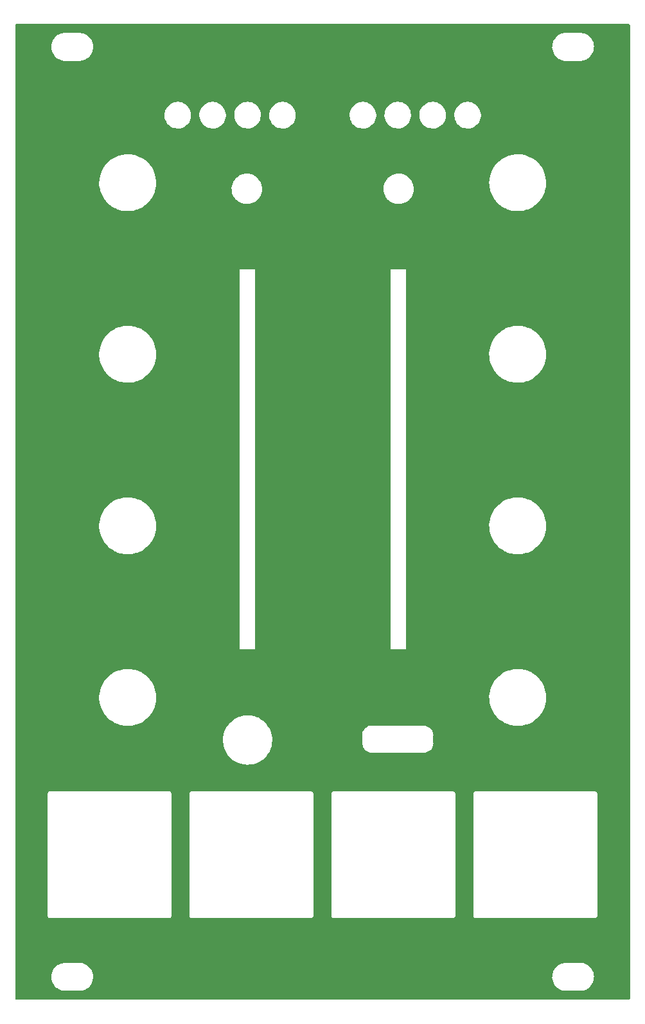
<source format=gbr>
%TF.GenerationSoftware,KiCad,Pcbnew,(6.0.11)*%
%TF.CreationDate,2023-05-23T14:51:42+01:00*%
%TF.ProjectId,Quango_Panel,5175616e-676f-45f5-9061-6e656c2e6b69,rev?*%
%TF.SameCoordinates,Original*%
%TF.FileFunction,Copper,L2,Bot*%
%TF.FilePolarity,Positive*%
%FSLAX46Y46*%
G04 Gerber Fmt 4.6, Leading zero omitted, Abs format (unit mm)*
G04 Created by KiCad (PCBNEW (6.0.11)) date 2023-05-23 14:51:42*
%MOMM*%
%LPD*%
G01*
G04 APERTURE LIST*
G04 APERTURE END LIST*
%TA.AperFunction,NonConductor*%
G36*
X130941121Y-30021002D02*
G01*
X130987614Y-30074658D01*
X130999000Y-30127000D01*
X130999000Y-158373000D01*
X130978998Y-158441121D01*
X130925342Y-158487614D01*
X130873000Y-158499000D01*
X50127000Y-158499000D01*
X50058879Y-158478998D01*
X50012386Y-158425342D01*
X50001000Y-158373000D01*
X50001000Y-155542095D01*
X54745028Y-155542095D01*
X54770534Y-155809431D01*
X54834364Y-156070285D01*
X54935182Y-156319192D01*
X55070875Y-156550938D01*
X55073728Y-156554505D01*
X55185225Y-156693925D01*
X55238601Y-156760669D01*
X55434846Y-156943991D01*
X55527039Y-157007948D01*
X55651746Y-157094461D01*
X55651751Y-157094464D01*
X55655499Y-157097064D01*
X55659584Y-157099096D01*
X55659587Y-157099098D01*
X55775719Y-157156872D01*
X55895938Y-157216680D01*
X55900272Y-157218101D01*
X55900275Y-157218102D01*
X56146793Y-157298915D01*
X56146798Y-157298916D01*
X56151126Y-157300335D01*
X56155617Y-157301115D01*
X56155618Y-157301115D01*
X56411936Y-157345620D01*
X56411944Y-157345621D01*
X56415717Y-157346276D01*
X56419554Y-157346467D01*
X56498996Y-157350422D01*
X56499004Y-157350422D01*
X56500567Y-157350500D01*
X58468223Y-157350500D01*
X58470491Y-157350335D01*
X58470503Y-157350335D01*
X58600823Y-157340879D01*
X58667846Y-157336016D01*
X58672301Y-157335032D01*
X58672304Y-157335032D01*
X58925620Y-157279105D01*
X58925624Y-157279104D01*
X58930080Y-157278120D01*
X59097617Y-157214646D01*
X59176941Y-157184593D01*
X59176944Y-157184592D01*
X59181211Y-157182975D01*
X59415976Y-157052574D01*
X59558254Y-156943991D01*
X59625833Y-156892417D01*
X59625837Y-156892413D01*
X59629458Y-156889650D01*
X59817185Y-156697614D01*
X59975225Y-156480491D01*
X60062313Y-156314963D01*
X60098140Y-156246868D01*
X60098143Y-156246862D01*
X60100265Y-156242828D01*
X60159703Y-156074515D01*
X60188165Y-155993916D01*
X60188165Y-155993915D01*
X60189688Y-155989603D01*
X60241620Y-155726122D01*
X60241847Y-155721566D01*
X60250781Y-155542095D01*
X120745028Y-155542095D01*
X120770534Y-155809431D01*
X120834364Y-156070285D01*
X120935182Y-156319192D01*
X121070875Y-156550938D01*
X121073728Y-156554505D01*
X121185225Y-156693925D01*
X121238601Y-156760669D01*
X121434846Y-156943991D01*
X121527039Y-157007948D01*
X121651746Y-157094461D01*
X121651751Y-157094464D01*
X121655499Y-157097064D01*
X121659584Y-157099096D01*
X121659587Y-157099098D01*
X121775719Y-157156872D01*
X121895938Y-157216680D01*
X121900272Y-157218101D01*
X121900275Y-157218102D01*
X122146793Y-157298915D01*
X122146798Y-157298916D01*
X122151126Y-157300335D01*
X122155617Y-157301115D01*
X122155618Y-157301115D01*
X122411936Y-157345620D01*
X122411944Y-157345621D01*
X122415717Y-157346276D01*
X122419554Y-157346467D01*
X122498996Y-157350422D01*
X122499004Y-157350422D01*
X122500567Y-157350500D01*
X124468223Y-157350500D01*
X124470491Y-157350335D01*
X124470503Y-157350335D01*
X124600823Y-157340879D01*
X124667846Y-157336016D01*
X124672301Y-157335032D01*
X124672304Y-157335032D01*
X124925620Y-157279105D01*
X124925624Y-157279104D01*
X124930080Y-157278120D01*
X125097617Y-157214646D01*
X125176941Y-157184593D01*
X125176944Y-157184592D01*
X125181211Y-157182975D01*
X125415976Y-157052574D01*
X125558254Y-156943991D01*
X125625833Y-156892417D01*
X125625837Y-156892413D01*
X125629458Y-156889650D01*
X125817185Y-156697614D01*
X125975225Y-156480491D01*
X126062313Y-156314963D01*
X126098140Y-156246868D01*
X126098143Y-156246862D01*
X126100265Y-156242828D01*
X126159703Y-156074515D01*
X126188165Y-155993916D01*
X126188165Y-155993915D01*
X126189688Y-155989603D01*
X126241620Y-155726122D01*
X126241847Y-155721566D01*
X126254745Y-155462474D01*
X126254745Y-155462468D01*
X126254972Y-155457905D01*
X126229466Y-155190569D01*
X126165636Y-154929715D01*
X126064818Y-154680808D01*
X125929125Y-154449062D01*
X125818211Y-154310371D01*
X125764251Y-154242897D01*
X125764250Y-154242895D01*
X125761399Y-154239331D01*
X125565154Y-154056009D01*
X125405436Y-153945208D01*
X125348254Y-153905539D01*
X125348249Y-153905536D01*
X125344501Y-153902936D01*
X125340416Y-153900904D01*
X125340413Y-153900902D01*
X125168560Y-153815407D01*
X125104062Y-153783320D01*
X125099728Y-153781899D01*
X125099725Y-153781898D01*
X124853207Y-153701085D01*
X124853202Y-153701084D01*
X124848874Y-153699665D01*
X124844382Y-153698885D01*
X124588064Y-153654380D01*
X124588056Y-153654379D01*
X124584283Y-153653724D01*
X124575622Y-153653293D01*
X124501004Y-153649578D01*
X124500996Y-153649578D01*
X124499433Y-153649500D01*
X122531777Y-153649500D01*
X122529509Y-153649665D01*
X122529497Y-153649665D01*
X122399177Y-153659121D01*
X122332154Y-153663984D01*
X122327699Y-153664968D01*
X122327696Y-153664968D01*
X122074380Y-153720895D01*
X122074376Y-153720896D01*
X122069920Y-153721880D01*
X121944355Y-153769452D01*
X121823059Y-153815407D01*
X121823056Y-153815408D01*
X121818789Y-153817025D01*
X121584024Y-153947426D01*
X121580392Y-153950198D01*
X121374167Y-154107583D01*
X121374163Y-154107587D01*
X121370542Y-154110350D01*
X121182815Y-154302386D01*
X121024775Y-154519509D01*
X121022651Y-154523547D01*
X120901860Y-154753132D01*
X120901857Y-154753138D01*
X120899735Y-154757172D01*
X120898215Y-154761477D01*
X120898213Y-154761481D01*
X120838804Y-154929715D01*
X120810312Y-155010397D01*
X120758380Y-155273878D01*
X120758153Y-155278431D01*
X120758153Y-155278434D01*
X120748992Y-155462474D01*
X120745028Y-155542095D01*
X60250781Y-155542095D01*
X60254745Y-155462474D01*
X60254745Y-155462468D01*
X60254972Y-155457905D01*
X60229466Y-155190569D01*
X60165636Y-154929715D01*
X60064818Y-154680808D01*
X59929125Y-154449062D01*
X59818211Y-154310371D01*
X59764251Y-154242897D01*
X59764250Y-154242895D01*
X59761399Y-154239331D01*
X59565154Y-154056009D01*
X59405436Y-153945208D01*
X59348254Y-153905539D01*
X59348249Y-153905536D01*
X59344501Y-153902936D01*
X59340416Y-153900904D01*
X59340413Y-153900902D01*
X59168560Y-153815407D01*
X59104062Y-153783320D01*
X59099728Y-153781899D01*
X59099725Y-153781898D01*
X58853207Y-153701085D01*
X58853202Y-153701084D01*
X58848874Y-153699665D01*
X58844382Y-153698885D01*
X58588064Y-153654380D01*
X58588056Y-153654379D01*
X58584283Y-153653724D01*
X58575622Y-153653293D01*
X58501004Y-153649578D01*
X58500996Y-153649578D01*
X58499433Y-153649500D01*
X56531777Y-153649500D01*
X56529509Y-153649665D01*
X56529497Y-153649665D01*
X56399177Y-153659121D01*
X56332154Y-153663984D01*
X56327699Y-153664968D01*
X56327696Y-153664968D01*
X56074380Y-153720895D01*
X56074376Y-153720896D01*
X56069920Y-153721880D01*
X55944355Y-153769452D01*
X55823059Y-153815407D01*
X55823056Y-153815408D01*
X55818789Y-153817025D01*
X55584024Y-153947426D01*
X55580392Y-153950198D01*
X55374167Y-154107583D01*
X55374163Y-154107587D01*
X55370542Y-154110350D01*
X55182815Y-154302386D01*
X55024775Y-154519509D01*
X55022651Y-154523547D01*
X54901860Y-154753132D01*
X54901857Y-154753138D01*
X54899735Y-154757172D01*
X54898215Y-154761477D01*
X54898213Y-154761481D01*
X54838804Y-154929715D01*
X54810312Y-155010397D01*
X54758380Y-155273878D01*
X54758153Y-155278431D01*
X54758153Y-155278434D01*
X54748992Y-155462474D01*
X54745028Y-155542095D01*
X50001000Y-155542095D01*
X50001000Y-131380124D01*
X54235343Y-131380124D01*
X54238918Y-131380029D01*
X54238976Y-131380158D01*
X54239000Y-131380466D01*
X54239000Y-147419585D01*
X54238972Y-147419847D01*
X54238918Y-147419967D01*
X54238918Y-147419968D01*
X54235371Y-147419860D01*
X54246950Y-147511257D01*
X54251136Y-147520185D01*
X54251137Y-147520187D01*
X54266506Y-147552963D01*
X54286063Y-147594669D01*
X54348921Y-147662021D01*
X54429439Y-147706790D01*
X54439116Y-147708701D01*
X54439118Y-147708702D01*
X54463925Y-147713601D01*
X54519820Y-147724641D01*
X54519895Y-147722715D01*
X54520177Y-147722771D01*
X54520177Y-147721000D01*
X70275828Y-147721000D01*
X70279918Y-147721391D01*
X70279702Y-147725043D01*
X70297847Y-147723103D01*
X70300953Y-147722771D01*
X70316302Y-147721130D01*
X70366963Y-147715714D01*
X70366965Y-147715713D01*
X70377360Y-147714602D01*
X70466313Y-147672969D01*
X70477627Y-147662021D01*
X70529378Y-147611941D01*
X70536892Y-147604670D01*
X70581421Y-147517130D01*
X70595060Y-147419867D01*
X70591137Y-147419970D01*
X70591000Y-147418095D01*
X70591000Y-131380187D01*
X70593285Y-131380187D01*
X70593275Y-131380124D01*
X72935343Y-131380124D01*
X72938918Y-131380029D01*
X72938976Y-131380158D01*
X72939000Y-131380466D01*
X72939000Y-147419585D01*
X72938972Y-147419847D01*
X72938918Y-147419967D01*
X72938918Y-147419968D01*
X72935371Y-147419860D01*
X72946950Y-147511257D01*
X72951136Y-147520185D01*
X72951137Y-147520187D01*
X72966506Y-147552963D01*
X72986063Y-147594669D01*
X73048921Y-147662021D01*
X73129439Y-147706790D01*
X73139116Y-147708701D01*
X73139118Y-147708702D01*
X73163925Y-147713601D01*
X73219820Y-147724641D01*
X73219895Y-147722715D01*
X73220177Y-147722771D01*
X73220177Y-147721000D01*
X88975828Y-147721000D01*
X88979918Y-147721391D01*
X88979702Y-147725043D01*
X88997847Y-147723103D01*
X89000953Y-147722771D01*
X89016302Y-147721130D01*
X89066963Y-147715714D01*
X89066965Y-147715713D01*
X89077360Y-147714602D01*
X89166313Y-147672969D01*
X89177627Y-147662021D01*
X89229378Y-147611941D01*
X89236892Y-147604670D01*
X89281421Y-147517130D01*
X89295060Y-147419867D01*
X89291137Y-147419970D01*
X89291000Y-147418095D01*
X89291000Y-131380187D01*
X89293285Y-131380187D01*
X89293275Y-131380124D01*
X91635343Y-131380124D01*
X91638918Y-131380029D01*
X91638976Y-131380158D01*
X91639000Y-131380466D01*
X91639000Y-147419585D01*
X91638972Y-147419847D01*
X91638918Y-147419967D01*
X91638918Y-147419968D01*
X91635371Y-147419860D01*
X91646950Y-147511257D01*
X91651136Y-147520185D01*
X91651137Y-147520187D01*
X91666506Y-147552963D01*
X91686063Y-147594669D01*
X91748921Y-147662021D01*
X91829439Y-147706790D01*
X91839116Y-147708701D01*
X91839118Y-147708702D01*
X91863925Y-147713601D01*
X91919820Y-147724641D01*
X91919895Y-147722715D01*
X91920177Y-147722771D01*
X91920177Y-147721000D01*
X107675828Y-147721000D01*
X107679918Y-147721391D01*
X107679702Y-147725043D01*
X107697847Y-147723103D01*
X107700953Y-147722771D01*
X107716302Y-147721130D01*
X107766963Y-147715714D01*
X107766965Y-147715713D01*
X107777360Y-147714602D01*
X107866313Y-147672969D01*
X107877627Y-147662021D01*
X107929378Y-147611941D01*
X107936892Y-147604670D01*
X107981421Y-147517130D01*
X107995060Y-147419867D01*
X107991137Y-147419970D01*
X107991000Y-147418095D01*
X107991000Y-131380187D01*
X107993285Y-131380187D01*
X107993275Y-131380124D01*
X110335343Y-131380124D01*
X110338918Y-131380029D01*
X110338976Y-131380158D01*
X110339000Y-131380466D01*
X110339000Y-147419585D01*
X110338972Y-147419847D01*
X110338918Y-147419967D01*
X110338918Y-147419968D01*
X110335371Y-147419860D01*
X110346950Y-147511257D01*
X110351136Y-147520185D01*
X110351137Y-147520187D01*
X110366506Y-147552963D01*
X110386063Y-147594669D01*
X110448921Y-147662021D01*
X110529439Y-147706790D01*
X110539116Y-147708701D01*
X110539118Y-147708702D01*
X110563925Y-147713601D01*
X110619820Y-147724641D01*
X110619895Y-147722715D01*
X110620177Y-147722771D01*
X110620177Y-147721000D01*
X126375828Y-147721000D01*
X126379918Y-147721391D01*
X126379702Y-147725043D01*
X126397847Y-147723103D01*
X126400953Y-147722771D01*
X126416302Y-147721130D01*
X126466963Y-147715714D01*
X126466965Y-147715713D01*
X126477360Y-147714602D01*
X126566313Y-147672969D01*
X126577627Y-147662021D01*
X126629378Y-147611941D01*
X126636892Y-147604670D01*
X126681421Y-147517130D01*
X126695060Y-147419867D01*
X126691137Y-147419970D01*
X126691000Y-147418095D01*
X126691000Y-131380187D01*
X126693285Y-131380187D01*
X126693244Y-131379928D01*
X126694776Y-131379894D01*
X126680141Y-131298572D01*
X126679376Y-131294324D01*
X126679376Y-131294323D01*
X126677633Y-131284640D01*
X126632094Y-131199239D01*
X126595486Y-131163805D01*
X126569623Y-131138771D01*
X126569622Y-131138770D01*
X126562551Y-131131926D01*
X126475712Y-131089194D01*
X126427708Y-131082161D01*
X126397876Y-131077790D01*
X126397875Y-131077790D01*
X126379950Y-131075164D01*
X126379951Y-131075303D01*
X126379797Y-131075280D01*
X126379797Y-131079000D01*
X110620176Y-131079000D01*
X110620176Y-131077583D01*
X110619899Y-131077630D01*
X110619801Y-131075304D01*
X110601635Y-131078947D01*
X110601634Y-131078947D01*
X110539172Y-131091474D01*
X110539171Y-131091474D01*
X110529549Y-131093404D01*
X110449165Y-131138254D01*
X110386364Y-131205551D01*
X110347169Y-131288838D01*
X110335343Y-131380124D01*
X107993275Y-131380124D01*
X107993244Y-131379928D01*
X107994776Y-131379894D01*
X107980141Y-131298572D01*
X107979376Y-131294324D01*
X107979376Y-131294323D01*
X107977633Y-131284640D01*
X107932094Y-131199239D01*
X107895486Y-131163805D01*
X107869623Y-131138771D01*
X107869622Y-131138770D01*
X107862551Y-131131926D01*
X107775712Y-131089194D01*
X107727708Y-131082161D01*
X107697876Y-131077790D01*
X107697875Y-131077790D01*
X107679950Y-131075164D01*
X107679951Y-131075303D01*
X107679797Y-131075280D01*
X107679797Y-131079000D01*
X91920176Y-131079000D01*
X91920176Y-131077583D01*
X91919899Y-131077630D01*
X91919801Y-131075304D01*
X91901635Y-131078947D01*
X91901634Y-131078947D01*
X91839172Y-131091474D01*
X91839171Y-131091474D01*
X91829549Y-131093404D01*
X91749165Y-131138254D01*
X91686364Y-131205551D01*
X91647169Y-131288838D01*
X91635343Y-131380124D01*
X89293275Y-131380124D01*
X89293244Y-131379928D01*
X89294776Y-131379894D01*
X89280141Y-131298572D01*
X89279376Y-131294324D01*
X89279376Y-131294323D01*
X89277633Y-131284640D01*
X89232094Y-131199239D01*
X89195486Y-131163805D01*
X89169623Y-131138771D01*
X89169622Y-131138770D01*
X89162551Y-131131926D01*
X89075712Y-131089194D01*
X89027708Y-131082161D01*
X88997876Y-131077790D01*
X88997875Y-131077790D01*
X88979950Y-131075164D01*
X88979951Y-131075303D01*
X88979797Y-131075280D01*
X88979797Y-131079000D01*
X73220176Y-131079000D01*
X73220176Y-131077583D01*
X73219899Y-131077630D01*
X73219801Y-131075304D01*
X73201635Y-131078947D01*
X73201634Y-131078947D01*
X73139172Y-131091474D01*
X73139171Y-131091474D01*
X73129549Y-131093404D01*
X73049165Y-131138254D01*
X72986364Y-131205551D01*
X72947169Y-131288838D01*
X72935343Y-131380124D01*
X70593275Y-131380124D01*
X70593244Y-131379928D01*
X70594776Y-131379894D01*
X70580141Y-131298572D01*
X70579376Y-131294324D01*
X70579376Y-131294323D01*
X70577633Y-131284640D01*
X70532094Y-131199239D01*
X70495486Y-131163805D01*
X70469623Y-131138771D01*
X70469622Y-131138770D01*
X70462551Y-131131926D01*
X70375712Y-131089194D01*
X70327708Y-131082161D01*
X70297876Y-131077790D01*
X70297875Y-131077790D01*
X70279950Y-131075164D01*
X70279951Y-131075303D01*
X70279797Y-131075280D01*
X70279797Y-131079000D01*
X54520176Y-131079000D01*
X54520176Y-131077583D01*
X54519899Y-131077630D01*
X54519801Y-131075304D01*
X54501635Y-131078947D01*
X54501634Y-131078947D01*
X54439172Y-131091474D01*
X54439171Y-131091474D01*
X54429549Y-131093404D01*
X54349165Y-131138254D01*
X54286364Y-131205551D01*
X54247169Y-131288838D01*
X54235343Y-131380124D01*
X50001000Y-131380124D01*
X50001000Y-124197744D01*
X77346163Y-124197744D01*
X77346245Y-124201212D01*
X77350983Y-124402256D01*
X77354592Y-124555419D01*
X77402220Y-124910009D01*
X77403056Y-124913373D01*
X77403056Y-124913375D01*
X77452620Y-125112906D01*
X77488470Y-125257232D01*
X77489670Y-125260485D01*
X77489671Y-125260488D01*
X77494374Y-125273236D01*
X77612302Y-125592892D01*
X77681654Y-125731686D01*
X77770674Y-125909844D01*
X77770678Y-125909851D01*
X77772220Y-125912937D01*
X77966291Y-126213501D01*
X78062193Y-126331298D01*
X78189988Y-126488271D01*
X78189995Y-126488278D01*
X78192173Y-126490954D01*
X78447137Y-126741944D01*
X78728103Y-126963440D01*
X79031678Y-127152766D01*
X79034804Y-127154267D01*
X79034813Y-127154272D01*
X79204241Y-127235630D01*
X79354196Y-127307637D01*
X79357465Y-127308785D01*
X79688501Y-127425037D01*
X79688509Y-127425039D01*
X79691760Y-127426181D01*
X79695122Y-127426960D01*
X79695128Y-127426962D01*
X79833671Y-127459074D01*
X80040295Y-127506967D01*
X80043712Y-127507371D01*
X80043721Y-127507373D01*
X80392885Y-127548699D01*
X80395589Y-127549019D01*
X80398304Y-127549104D01*
X80398313Y-127549105D01*
X80423269Y-127549889D01*
X80442714Y-127550500D01*
X80689817Y-127550500D01*
X80691536Y-127550405D01*
X80691551Y-127550405D01*
X80833689Y-127542582D01*
X80957234Y-127535783D01*
X80960646Y-127535215D01*
X80960656Y-127535214D01*
X81203955Y-127494717D01*
X81310153Y-127477041D01*
X81654495Y-127379927D01*
X81986100Y-127245613D01*
X82161589Y-127150924D01*
X82297914Y-127077367D01*
X82297918Y-127077364D01*
X82300964Y-127075721D01*
X82463422Y-126963440D01*
X82592443Y-126874269D01*
X82592449Y-126874265D01*
X82595284Y-126872305D01*
X82865504Y-126637819D01*
X82999019Y-126493384D01*
X83106014Y-126377637D01*
X83108362Y-126375097D01*
X83225738Y-126216183D01*
X83318860Y-126090106D01*
X83318865Y-126090098D01*
X83320923Y-126087312D01*
X83500621Y-125777940D01*
X83645285Y-125450717D01*
X83753167Y-125109596D01*
X83757340Y-125088620D01*
X83822291Y-124762089D01*
X83822966Y-124758696D01*
X83828174Y-124698573D01*
X83853538Y-124405712D01*
X83853538Y-124405706D01*
X83853837Y-124402256D01*
X83849099Y-124201212D01*
X83845490Y-124048045D01*
X83845489Y-124048038D01*
X83845408Y-124044581D01*
X83799124Y-123700000D01*
X95694977Y-123700000D01*
X95698474Y-123700000D01*
X95699109Y-123705582D01*
X95718004Y-124668800D01*
X95717073Y-124680761D01*
X95714216Y-124680761D01*
X95715475Y-124696764D01*
X95720615Y-124762089D01*
X95730278Y-124884914D01*
X95778079Y-125084040D01*
X95779976Y-125088620D01*
X95851164Y-125260488D01*
X95856444Y-125273236D01*
X95859030Y-125277456D01*
X95859033Y-125277462D01*
X95960855Y-125443624D01*
X95963441Y-125447844D01*
X96096437Y-125603563D01*
X96252156Y-125736559D01*
X96256376Y-125739145D01*
X96422538Y-125840967D01*
X96422544Y-125840970D01*
X96426764Y-125843556D01*
X96431339Y-125845451D01*
X96431343Y-125845453D01*
X96594270Y-125912937D01*
X96615960Y-125921921D01*
X96815086Y-125969722D01*
X96820018Y-125970110D01*
X96820024Y-125970111D01*
X97001427Y-125984383D01*
X97001429Y-125984383D01*
X97019239Y-125985784D01*
X97019239Y-125982532D01*
X97026657Y-125981761D01*
X103770078Y-125981761D01*
X103780761Y-125982698D01*
X103780761Y-125985784D01*
X103796764Y-125984525D01*
X103796765Y-125984525D01*
X103979976Y-125970111D01*
X103979982Y-125970110D01*
X103984914Y-125969722D01*
X104184040Y-125921921D01*
X104205730Y-125912937D01*
X104368657Y-125845453D01*
X104368661Y-125845451D01*
X104373236Y-125843556D01*
X104377456Y-125840970D01*
X104377462Y-125840967D01*
X104543624Y-125739145D01*
X104547844Y-125736559D01*
X104703563Y-125603563D01*
X104836559Y-125447844D01*
X104839145Y-125443624D01*
X104940967Y-125277462D01*
X104940970Y-125277456D01*
X104943556Y-125273236D01*
X104948837Y-125260488D01*
X105020024Y-125088620D01*
X105021921Y-125084040D01*
X105069722Y-124884914D01*
X105079386Y-124762089D01*
X105084383Y-124698573D01*
X105084383Y-124698571D01*
X105085784Y-124680761D01*
X105082532Y-124680761D01*
X105081761Y-124673343D01*
X105081761Y-123729922D01*
X105082698Y-123719239D01*
X105085784Y-123719239D01*
X105069722Y-123515086D01*
X105021921Y-123315960D01*
X104954258Y-123152601D01*
X104945453Y-123131343D01*
X104945451Y-123131339D01*
X104943556Y-123126764D01*
X104940970Y-123122544D01*
X104940967Y-123122538D01*
X104839145Y-122956376D01*
X104836559Y-122952156D01*
X104703563Y-122796437D01*
X104547844Y-122663441D01*
X104512251Y-122641630D01*
X104377462Y-122559033D01*
X104377456Y-122559030D01*
X104373236Y-122556444D01*
X104368661Y-122554549D01*
X104368657Y-122554547D01*
X104188620Y-122479976D01*
X104184040Y-122478079D01*
X103984914Y-122430278D01*
X103979982Y-122429890D01*
X103979976Y-122429889D01*
X103881373Y-122422132D01*
X103780761Y-122414216D01*
X103780761Y-122417431D01*
X103773083Y-122418218D01*
X100274643Y-122408291D01*
X97010494Y-122399029D01*
X97000000Y-122398094D01*
X97000000Y-122394977D01*
X96983999Y-122396236D01*
X96983998Y-122396236D01*
X96883337Y-122404159D01*
X96795849Y-122411044D01*
X96791042Y-122412198D01*
X96791036Y-122412199D01*
X96692928Y-122435753D01*
X96596726Y-122458849D01*
X96592155Y-122460742D01*
X96592153Y-122460743D01*
X96412106Y-122535321D01*
X96412102Y-122535323D01*
X96407532Y-122537216D01*
X96232927Y-122644214D01*
X96077209Y-122777209D01*
X95944214Y-122932927D01*
X95837216Y-123107532D01*
X95835323Y-123112102D01*
X95835321Y-123112106D01*
X95760743Y-123292153D01*
X95758849Y-123296726D01*
X95753785Y-123317821D01*
X95713146Y-123487094D01*
X95711044Y-123495849D01*
X95694977Y-123700000D01*
X83799124Y-123700000D01*
X83797780Y-123689991D01*
X83795781Y-123681943D01*
X83712367Y-123346136D01*
X83712365Y-123346129D01*
X83711530Y-123342768D01*
X83696320Y-123301538D01*
X83588898Y-123010361D01*
X83587698Y-123007108D01*
X83496822Y-122825238D01*
X83429326Y-122690156D01*
X83429322Y-122690149D01*
X83427780Y-122687063D01*
X83233709Y-122386499D01*
X83104419Y-122227691D01*
X83010012Y-122111729D01*
X83010005Y-122111722D01*
X83007827Y-122109046D01*
X82955950Y-122057977D01*
X82763917Y-121868938D01*
X82752863Y-121858056D01*
X82471897Y-121636560D01*
X82168322Y-121447234D01*
X82165196Y-121445733D01*
X82165187Y-121445728D01*
X81995759Y-121364370D01*
X81845804Y-121292363D01*
X81842535Y-121291215D01*
X81511499Y-121174963D01*
X81511491Y-121174961D01*
X81508240Y-121173819D01*
X81504878Y-121173040D01*
X81504872Y-121173038D01*
X81292887Y-121123903D01*
X81159705Y-121093033D01*
X81156288Y-121092629D01*
X81156279Y-121092627D01*
X80807115Y-121051301D01*
X80807114Y-121051301D01*
X80804411Y-121050981D01*
X80801696Y-121050896D01*
X80801687Y-121050895D01*
X80776731Y-121050111D01*
X80757286Y-121049500D01*
X80510183Y-121049500D01*
X80508464Y-121049595D01*
X80508449Y-121049595D01*
X80366311Y-121057418D01*
X80242766Y-121064217D01*
X80239354Y-121064785D01*
X80239344Y-121064786D01*
X80019847Y-121101321D01*
X79889847Y-121122959D01*
X79545505Y-121220073D01*
X79213900Y-121354387D01*
X79152033Y-121387769D01*
X78902086Y-121522633D01*
X78902082Y-121522636D01*
X78899036Y-121524279D01*
X78896188Y-121526248D01*
X78896187Y-121526248D01*
X78607557Y-121725731D01*
X78607551Y-121725735D01*
X78604716Y-121727695D01*
X78334496Y-121962181D01*
X78332148Y-121964721D01*
X78332146Y-121964723D01*
X78198735Y-122109046D01*
X78091638Y-122224903D01*
X78089579Y-122227691D01*
X77881140Y-122509894D01*
X77881135Y-122509902D01*
X77879077Y-122512688D01*
X77877338Y-122515682D01*
X77877336Y-122515685D01*
X77804181Y-122641630D01*
X77699379Y-122822060D01*
X77554715Y-123149283D01*
X77446833Y-123490404D01*
X77446158Y-123493797D01*
X77446156Y-123493805D01*
X77407802Y-123686625D01*
X77377034Y-123841304D01*
X77346163Y-124197744D01*
X50001000Y-124197744D01*
X50001000Y-118601693D01*
X61045808Y-118601693D01*
X61055589Y-118988117D01*
X61056004Y-118991332D01*
X61056004Y-118991336D01*
X61080816Y-119183689D01*
X61105040Y-119371488D01*
X61193637Y-119747745D01*
X61320441Y-120112902D01*
X61321814Y-120115839D01*
X61482732Y-120460146D01*
X61482737Y-120460155D01*
X61484109Y-120463091D01*
X61682906Y-120794600D01*
X61914727Y-121103919D01*
X61916926Y-121106298D01*
X61916927Y-121106299D01*
X62048965Y-121249136D01*
X62177116Y-121387769D01*
X62467293Y-121643144D01*
X62469935Y-121645025D01*
X62469940Y-121645029D01*
X62630270Y-121759180D01*
X62782183Y-121867339D01*
X63118450Y-122057977D01*
X63121414Y-122059275D01*
X63121418Y-122059277D01*
X63224632Y-122104477D01*
X63472533Y-122213040D01*
X63475616Y-122214027D01*
X63475619Y-122214028D01*
X63607325Y-122256187D01*
X63840679Y-122330885D01*
X64029834Y-122370574D01*
X64215808Y-122409596D01*
X64215812Y-122409597D01*
X64218988Y-122410263D01*
X64603453Y-122450332D01*
X64605879Y-122450396D01*
X64605886Y-122450396D01*
X64607477Y-122450437D01*
X64609868Y-122450500D01*
X64896620Y-122450500D01*
X64898229Y-122450417D01*
X64898232Y-122450417D01*
X64955810Y-122447450D01*
X65186035Y-122435586D01*
X65446846Y-122394977D01*
X65564771Y-122376616D01*
X65564775Y-122376615D01*
X65567981Y-122376116D01*
X65941790Y-122277700D01*
X65944815Y-122276560D01*
X66300465Y-122142526D01*
X66300472Y-122142523D01*
X66303502Y-122141381D01*
X66649286Y-121968603D01*
X66975478Y-121761195D01*
X67278622Y-121521357D01*
X67356258Y-121445728D01*
X67553187Y-121253888D01*
X67555507Y-121251628D01*
X67803199Y-120954866D01*
X67805004Y-120952185D01*
X67805010Y-120952177D01*
X68017264Y-120636904D01*
X68017267Y-120636899D01*
X68019074Y-120634215D01*
X68200845Y-120293072D01*
X68275434Y-120109842D01*
X68345362Y-119938059D01*
X68345362Y-119938058D01*
X68346586Y-119935052D01*
X68454753Y-119563947D01*
X68524200Y-119183689D01*
X68554192Y-118798307D01*
X68549215Y-118601693D01*
X112445808Y-118601693D01*
X112455589Y-118988117D01*
X112456004Y-118991332D01*
X112456004Y-118991336D01*
X112480816Y-119183689D01*
X112505040Y-119371488D01*
X112593637Y-119747745D01*
X112720441Y-120112902D01*
X112721814Y-120115839D01*
X112882732Y-120460146D01*
X112882737Y-120460155D01*
X112884109Y-120463091D01*
X113082906Y-120794600D01*
X113314727Y-121103919D01*
X113316926Y-121106298D01*
X113316927Y-121106299D01*
X113448965Y-121249136D01*
X113577116Y-121387769D01*
X113867293Y-121643144D01*
X113869935Y-121645025D01*
X113869940Y-121645029D01*
X114030270Y-121759180D01*
X114182183Y-121867339D01*
X114518450Y-122057977D01*
X114521414Y-122059275D01*
X114521418Y-122059277D01*
X114624632Y-122104477D01*
X114872533Y-122213040D01*
X114875616Y-122214027D01*
X114875619Y-122214028D01*
X115007325Y-122256187D01*
X115240679Y-122330885D01*
X115429834Y-122370574D01*
X115615808Y-122409596D01*
X115615812Y-122409597D01*
X115618988Y-122410263D01*
X116003453Y-122450332D01*
X116005879Y-122450396D01*
X116005886Y-122450396D01*
X116007477Y-122450437D01*
X116009868Y-122450500D01*
X116296620Y-122450500D01*
X116298229Y-122450417D01*
X116298232Y-122450417D01*
X116355810Y-122447450D01*
X116586035Y-122435586D01*
X116846846Y-122394977D01*
X116964771Y-122376616D01*
X116964775Y-122376615D01*
X116967981Y-122376116D01*
X117341790Y-122277700D01*
X117344815Y-122276560D01*
X117700465Y-122142526D01*
X117700472Y-122142523D01*
X117703502Y-122141381D01*
X118049286Y-121968603D01*
X118375478Y-121761195D01*
X118678622Y-121521357D01*
X118756258Y-121445728D01*
X118953187Y-121253888D01*
X118955507Y-121251628D01*
X119203199Y-120954866D01*
X119205004Y-120952185D01*
X119205010Y-120952177D01*
X119417264Y-120636904D01*
X119417267Y-120636899D01*
X119419074Y-120634215D01*
X119600845Y-120293072D01*
X119675434Y-120109842D01*
X119745362Y-119938059D01*
X119745362Y-119938058D01*
X119746586Y-119935052D01*
X119854753Y-119563947D01*
X119924200Y-119183689D01*
X119954192Y-118798307D01*
X119944411Y-118411883D01*
X119919602Y-118219548D01*
X119895374Y-118031718D01*
X119895372Y-118031709D01*
X119894960Y-118028512D01*
X119806363Y-117652255D01*
X119679559Y-117287098D01*
X119594012Y-117104059D01*
X119517268Y-116939854D01*
X119517263Y-116939845D01*
X119515891Y-116936909D01*
X119317094Y-116605400D01*
X119085273Y-116296081D01*
X118822884Y-116012231D01*
X118532707Y-115756856D01*
X118530065Y-115754975D01*
X118530060Y-115754971D01*
X118220463Y-115534545D01*
X118217817Y-115532661D01*
X117881550Y-115342023D01*
X117878586Y-115340725D01*
X117878582Y-115340723D01*
X117694412Y-115260070D01*
X117527467Y-115186960D01*
X117159321Y-115069115D01*
X116941371Y-115023384D01*
X116784192Y-114990404D01*
X116784188Y-114990403D01*
X116781012Y-114989737D01*
X116396547Y-114949668D01*
X116394121Y-114949604D01*
X116394114Y-114949604D01*
X116392523Y-114949563D01*
X116390132Y-114949500D01*
X116103380Y-114949500D01*
X116101771Y-114949583D01*
X116101768Y-114949583D01*
X116044190Y-114952550D01*
X115813965Y-114964414D01*
X115569326Y-115002505D01*
X115435229Y-115023384D01*
X115435225Y-115023385D01*
X115432019Y-115023884D01*
X115058210Y-115122300D01*
X115055186Y-115123440D01*
X115055185Y-115123440D01*
X114699535Y-115257474D01*
X114699528Y-115257477D01*
X114696498Y-115258619D01*
X114350714Y-115431397D01*
X114024522Y-115638805D01*
X113721378Y-115878643D01*
X113444493Y-116148372D01*
X113196801Y-116445134D01*
X113194996Y-116447815D01*
X113194990Y-116447823D01*
X112982736Y-116763096D01*
X112980926Y-116765785D01*
X112799155Y-117106928D01*
X112797932Y-117109933D01*
X112797928Y-117109941D01*
X112654638Y-117461941D01*
X112653414Y-117464948D01*
X112545247Y-117836053D01*
X112475800Y-118216311D01*
X112445808Y-118601693D01*
X68549215Y-118601693D01*
X68544411Y-118411883D01*
X68519602Y-118219548D01*
X68495374Y-118031718D01*
X68495372Y-118031709D01*
X68494960Y-118028512D01*
X68406363Y-117652255D01*
X68279559Y-117287098D01*
X68194012Y-117104059D01*
X68117268Y-116939854D01*
X68117263Y-116939845D01*
X68115891Y-116936909D01*
X67917094Y-116605400D01*
X67685273Y-116296081D01*
X67422884Y-116012231D01*
X67132707Y-115756856D01*
X67130065Y-115754975D01*
X67130060Y-115754971D01*
X66820463Y-115534545D01*
X66817817Y-115532661D01*
X66481550Y-115342023D01*
X66478586Y-115340725D01*
X66478582Y-115340723D01*
X66294412Y-115260070D01*
X66127467Y-115186960D01*
X65759321Y-115069115D01*
X65541371Y-115023384D01*
X65384192Y-114990404D01*
X65384188Y-114990403D01*
X65381012Y-114989737D01*
X64996547Y-114949668D01*
X64994121Y-114949604D01*
X64994114Y-114949604D01*
X64992523Y-114949563D01*
X64990132Y-114949500D01*
X64703380Y-114949500D01*
X64701771Y-114949583D01*
X64701768Y-114949583D01*
X64644190Y-114952550D01*
X64413965Y-114964414D01*
X64169326Y-115002505D01*
X64035229Y-115023384D01*
X64035225Y-115023385D01*
X64032019Y-115023884D01*
X63658210Y-115122300D01*
X63655186Y-115123440D01*
X63655185Y-115123440D01*
X63299535Y-115257474D01*
X63299528Y-115257477D01*
X63296498Y-115258619D01*
X62950714Y-115431397D01*
X62624522Y-115638805D01*
X62321378Y-115878643D01*
X62044493Y-116148372D01*
X61796801Y-116445134D01*
X61794996Y-116447815D01*
X61794990Y-116447823D01*
X61582736Y-116763096D01*
X61580926Y-116765785D01*
X61399155Y-117106928D01*
X61397932Y-117109933D01*
X61397928Y-117109941D01*
X61254638Y-117461941D01*
X61253414Y-117464948D01*
X61145247Y-117836053D01*
X61075800Y-118216311D01*
X61045808Y-118601693D01*
X50001000Y-118601693D01*
X50001000Y-112350000D01*
X79548918Y-112350000D01*
X79549000Y-112350198D01*
X79549235Y-112350765D01*
X79550000Y-112351082D01*
X79550198Y-112351000D01*
X81549802Y-112351000D01*
X81550000Y-112351082D01*
X81550765Y-112350765D01*
X81551000Y-112350198D01*
X81551082Y-112350000D01*
X99448918Y-112350000D01*
X99449000Y-112350198D01*
X99449235Y-112350765D01*
X99450000Y-112351082D01*
X99450198Y-112351000D01*
X101449802Y-112351000D01*
X101450000Y-112351082D01*
X101450765Y-112350765D01*
X101451000Y-112350198D01*
X101451082Y-112350000D01*
X101451000Y-112349802D01*
X101451000Y-96001693D01*
X112445808Y-96001693D01*
X112455589Y-96388117D01*
X112456004Y-96391332D01*
X112456004Y-96391336D01*
X112480816Y-96583689D01*
X112505040Y-96771488D01*
X112593637Y-97147745D01*
X112720441Y-97512902D01*
X112721814Y-97515839D01*
X112882732Y-97860146D01*
X112882737Y-97860155D01*
X112884109Y-97863091D01*
X113082906Y-98194600D01*
X113314727Y-98503919D01*
X113577116Y-98787769D01*
X113867293Y-99043144D01*
X113869935Y-99045025D01*
X113869940Y-99045029D01*
X114030270Y-99159180D01*
X114182183Y-99267339D01*
X114518450Y-99457977D01*
X114521414Y-99459275D01*
X114521418Y-99459277D01*
X114624632Y-99504477D01*
X114872533Y-99613040D01*
X115240679Y-99730885D01*
X115429833Y-99770574D01*
X115615808Y-99809596D01*
X115615812Y-99809597D01*
X115618988Y-99810263D01*
X116003453Y-99850332D01*
X116005879Y-99850396D01*
X116005886Y-99850396D01*
X116007477Y-99850437D01*
X116009868Y-99850500D01*
X116296620Y-99850500D01*
X116298229Y-99850417D01*
X116298232Y-99850417D01*
X116355810Y-99847450D01*
X116586035Y-99835586D01*
X116830674Y-99797495D01*
X116964771Y-99776616D01*
X116964775Y-99776615D01*
X116967981Y-99776116D01*
X117341790Y-99677700D01*
X117510739Y-99614028D01*
X117700465Y-99542526D01*
X117700472Y-99542523D01*
X117703502Y-99541381D01*
X118049286Y-99368603D01*
X118375478Y-99161195D01*
X118678622Y-98921357D01*
X118955507Y-98651628D01*
X119203199Y-98354866D01*
X119205004Y-98352185D01*
X119205010Y-98352177D01*
X119417264Y-98036904D01*
X119417267Y-98036899D01*
X119419074Y-98034215D01*
X119600845Y-97693072D01*
X119675434Y-97509842D01*
X119745362Y-97338059D01*
X119745362Y-97338058D01*
X119746586Y-97335052D01*
X119854753Y-96963947D01*
X119924200Y-96583689D01*
X119954192Y-96198307D01*
X119944411Y-95811883D01*
X119919602Y-95619548D01*
X119895374Y-95431718D01*
X119895372Y-95431709D01*
X119894960Y-95428512D01*
X119806363Y-95052255D01*
X119679559Y-94687098D01*
X119594012Y-94504059D01*
X119517268Y-94339854D01*
X119517263Y-94339845D01*
X119515891Y-94336909D01*
X119317094Y-94005400D01*
X119085273Y-93696081D01*
X118822884Y-93412231D01*
X118532707Y-93156856D01*
X118530065Y-93154975D01*
X118530060Y-93154971D01*
X118220463Y-92934545D01*
X118217817Y-92932661D01*
X117881550Y-92742023D01*
X117878586Y-92740725D01*
X117878582Y-92740723D01*
X117694412Y-92660070D01*
X117527467Y-92586960D01*
X117159321Y-92469115D01*
X116941371Y-92423384D01*
X116784192Y-92390404D01*
X116784188Y-92390403D01*
X116781012Y-92389737D01*
X116396547Y-92349668D01*
X116394121Y-92349604D01*
X116394114Y-92349604D01*
X116392523Y-92349563D01*
X116390132Y-92349500D01*
X116103380Y-92349500D01*
X116101771Y-92349583D01*
X116101768Y-92349583D01*
X116044190Y-92352550D01*
X115813965Y-92364414D01*
X115569326Y-92402505D01*
X115435229Y-92423384D01*
X115435225Y-92423385D01*
X115432019Y-92423884D01*
X115058210Y-92522300D01*
X115055186Y-92523440D01*
X115055185Y-92523440D01*
X114699535Y-92657474D01*
X114699528Y-92657477D01*
X114696498Y-92658619D01*
X114350714Y-92831397D01*
X114024522Y-93038805D01*
X113721378Y-93278643D01*
X113444493Y-93548372D01*
X113196801Y-93845134D01*
X113194996Y-93847815D01*
X113194990Y-93847823D01*
X112982736Y-94163096D01*
X112980926Y-94165785D01*
X112799155Y-94506928D01*
X112797932Y-94509933D01*
X112797928Y-94509941D01*
X112654638Y-94861941D01*
X112653414Y-94864948D01*
X112545247Y-95236053D01*
X112475800Y-95616311D01*
X112445808Y-96001693D01*
X101451000Y-96001693D01*
X101451000Y-73401693D01*
X112445808Y-73401693D01*
X112455589Y-73788117D01*
X112456004Y-73791332D01*
X112456004Y-73791336D01*
X112480816Y-73983689D01*
X112505040Y-74171488D01*
X112593637Y-74547745D01*
X112720441Y-74912902D01*
X112721814Y-74915839D01*
X112882732Y-75260146D01*
X112882737Y-75260155D01*
X112884109Y-75263091D01*
X113082906Y-75594600D01*
X113314727Y-75903919D01*
X113577116Y-76187769D01*
X113867293Y-76443144D01*
X113869935Y-76445025D01*
X113869940Y-76445029D01*
X114030270Y-76559180D01*
X114182183Y-76667339D01*
X114518450Y-76857977D01*
X114521414Y-76859275D01*
X114521418Y-76859277D01*
X114624632Y-76904477D01*
X114872533Y-77013040D01*
X115240679Y-77130885D01*
X115429834Y-77170574D01*
X115615808Y-77209596D01*
X115615812Y-77209597D01*
X115618988Y-77210263D01*
X116003453Y-77250332D01*
X116005879Y-77250396D01*
X116005886Y-77250396D01*
X116007477Y-77250437D01*
X116009868Y-77250500D01*
X116296620Y-77250500D01*
X116298229Y-77250417D01*
X116298232Y-77250417D01*
X116355810Y-77247450D01*
X116586035Y-77235586D01*
X116830674Y-77197495D01*
X116964771Y-77176616D01*
X116964775Y-77176615D01*
X116967981Y-77176116D01*
X117341790Y-77077700D01*
X117510739Y-77014028D01*
X117700465Y-76942526D01*
X117700472Y-76942523D01*
X117703502Y-76941381D01*
X118049286Y-76768603D01*
X118375478Y-76561195D01*
X118678622Y-76321357D01*
X118955507Y-76051628D01*
X119203199Y-75754866D01*
X119205004Y-75752185D01*
X119205010Y-75752177D01*
X119417264Y-75436904D01*
X119417267Y-75436899D01*
X119419074Y-75434215D01*
X119600845Y-75093072D01*
X119675434Y-74909842D01*
X119745362Y-74738059D01*
X119745362Y-74738058D01*
X119746586Y-74735052D01*
X119854753Y-74363947D01*
X119924200Y-73983689D01*
X119954192Y-73598307D01*
X119944411Y-73211883D01*
X119919602Y-73019548D01*
X119895374Y-72831718D01*
X119895372Y-72831709D01*
X119894960Y-72828512D01*
X119806363Y-72452255D01*
X119679559Y-72087098D01*
X119594012Y-71904059D01*
X119517268Y-71739854D01*
X119517263Y-71739845D01*
X119515891Y-71736909D01*
X119317094Y-71405400D01*
X119085273Y-71096081D01*
X118822884Y-70812231D01*
X118532707Y-70556856D01*
X118530065Y-70554975D01*
X118530060Y-70554971D01*
X118220463Y-70334545D01*
X118217817Y-70332661D01*
X117881550Y-70142023D01*
X117878586Y-70140725D01*
X117878582Y-70140723D01*
X117694412Y-70060070D01*
X117527467Y-69986960D01*
X117159321Y-69869115D01*
X116941371Y-69823384D01*
X116784192Y-69790404D01*
X116784188Y-69790403D01*
X116781012Y-69789737D01*
X116396547Y-69749668D01*
X116394121Y-69749604D01*
X116394114Y-69749604D01*
X116392523Y-69749563D01*
X116390132Y-69749500D01*
X116103380Y-69749500D01*
X116101771Y-69749583D01*
X116101768Y-69749583D01*
X116044190Y-69752550D01*
X115813965Y-69764414D01*
X115569326Y-69802505D01*
X115435229Y-69823384D01*
X115435225Y-69823385D01*
X115432019Y-69823884D01*
X115058210Y-69922300D01*
X115055186Y-69923440D01*
X115055185Y-69923440D01*
X114699535Y-70057474D01*
X114699528Y-70057477D01*
X114696498Y-70058619D01*
X114350714Y-70231397D01*
X114024522Y-70438805D01*
X113721378Y-70678643D01*
X113444493Y-70948372D01*
X113196801Y-71245134D01*
X113194996Y-71247815D01*
X113194990Y-71247823D01*
X112982736Y-71563096D01*
X112980926Y-71565785D01*
X112799155Y-71906928D01*
X112797932Y-71909933D01*
X112797928Y-71909941D01*
X112654638Y-72261941D01*
X112653414Y-72264948D01*
X112545247Y-72636053D01*
X112475800Y-73016311D01*
X112445808Y-73401693D01*
X101451000Y-73401693D01*
X101451000Y-62350198D01*
X101451082Y-62350000D01*
X101450765Y-62349235D01*
X101450198Y-62349000D01*
X101450000Y-62348918D01*
X101449802Y-62349000D01*
X99450198Y-62349000D01*
X99450000Y-62348918D01*
X99449802Y-62349000D01*
X99449235Y-62349235D01*
X99448918Y-62350000D01*
X99449000Y-62350198D01*
X99449000Y-112349802D01*
X99448918Y-112350000D01*
X81551082Y-112350000D01*
X81551000Y-112349802D01*
X81551000Y-62350198D01*
X81551082Y-62350000D01*
X81550765Y-62349235D01*
X81550198Y-62349000D01*
X81550000Y-62348918D01*
X81549802Y-62349000D01*
X79550198Y-62349000D01*
X79550000Y-62348918D01*
X79549802Y-62349000D01*
X79549235Y-62349235D01*
X79548918Y-62350000D01*
X79549000Y-62350198D01*
X79549000Y-112349802D01*
X79548918Y-112350000D01*
X50001000Y-112350000D01*
X50001000Y-96001693D01*
X61045808Y-96001693D01*
X61055589Y-96388117D01*
X61056004Y-96391332D01*
X61056004Y-96391336D01*
X61080816Y-96583689D01*
X61105040Y-96771488D01*
X61193637Y-97147745D01*
X61320441Y-97512902D01*
X61321814Y-97515839D01*
X61482732Y-97860146D01*
X61482737Y-97860155D01*
X61484109Y-97863091D01*
X61682906Y-98194600D01*
X61914727Y-98503919D01*
X62177116Y-98787769D01*
X62467293Y-99043144D01*
X62469935Y-99045025D01*
X62469940Y-99045029D01*
X62630270Y-99159180D01*
X62782183Y-99267339D01*
X63118450Y-99457977D01*
X63121414Y-99459275D01*
X63121418Y-99459277D01*
X63224632Y-99504477D01*
X63472533Y-99613040D01*
X63840679Y-99730885D01*
X64029833Y-99770574D01*
X64215808Y-99809596D01*
X64215812Y-99809597D01*
X64218988Y-99810263D01*
X64603453Y-99850332D01*
X64605879Y-99850396D01*
X64605886Y-99850396D01*
X64607477Y-99850437D01*
X64609868Y-99850500D01*
X64896620Y-99850500D01*
X64898229Y-99850417D01*
X64898232Y-99850417D01*
X64955810Y-99847450D01*
X65186035Y-99835586D01*
X65430674Y-99797495D01*
X65564771Y-99776616D01*
X65564775Y-99776615D01*
X65567981Y-99776116D01*
X65941790Y-99677700D01*
X66110739Y-99614028D01*
X66300465Y-99542526D01*
X66300472Y-99542523D01*
X66303502Y-99541381D01*
X66649286Y-99368603D01*
X66975478Y-99161195D01*
X67278622Y-98921357D01*
X67555507Y-98651628D01*
X67803199Y-98354866D01*
X67805004Y-98352185D01*
X67805010Y-98352177D01*
X68017264Y-98036904D01*
X68017267Y-98036899D01*
X68019074Y-98034215D01*
X68200845Y-97693072D01*
X68275434Y-97509842D01*
X68345362Y-97338059D01*
X68345362Y-97338058D01*
X68346586Y-97335052D01*
X68454753Y-96963947D01*
X68524200Y-96583689D01*
X68554192Y-96198307D01*
X68544411Y-95811883D01*
X68519602Y-95619548D01*
X68495374Y-95431718D01*
X68495372Y-95431709D01*
X68494960Y-95428512D01*
X68406363Y-95052255D01*
X68279559Y-94687098D01*
X68194012Y-94504059D01*
X68117268Y-94339854D01*
X68117263Y-94339845D01*
X68115891Y-94336909D01*
X67917094Y-94005400D01*
X67685273Y-93696081D01*
X67422884Y-93412231D01*
X67132707Y-93156856D01*
X67130065Y-93154975D01*
X67130060Y-93154971D01*
X66820463Y-92934545D01*
X66817817Y-92932661D01*
X66481550Y-92742023D01*
X66478586Y-92740725D01*
X66478582Y-92740723D01*
X66294412Y-92660070D01*
X66127467Y-92586960D01*
X65759321Y-92469115D01*
X65541371Y-92423384D01*
X65384192Y-92390404D01*
X65384188Y-92390403D01*
X65381012Y-92389737D01*
X64996547Y-92349668D01*
X64994121Y-92349604D01*
X64994114Y-92349604D01*
X64992523Y-92349563D01*
X64990132Y-92349500D01*
X64703380Y-92349500D01*
X64701771Y-92349583D01*
X64701768Y-92349583D01*
X64644190Y-92352550D01*
X64413965Y-92364414D01*
X64169326Y-92402505D01*
X64035229Y-92423384D01*
X64035225Y-92423385D01*
X64032019Y-92423884D01*
X63658210Y-92522300D01*
X63655186Y-92523440D01*
X63655185Y-92523440D01*
X63299535Y-92657474D01*
X63299528Y-92657477D01*
X63296498Y-92658619D01*
X62950714Y-92831397D01*
X62624522Y-93038805D01*
X62321378Y-93278643D01*
X62044493Y-93548372D01*
X61796801Y-93845134D01*
X61794996Y-93847815D01*
X61794990Y-93847823D01*
X61582736Y-94163096D01*
X61580926Y-94165785D01*
X61399155Y-94506928D01*
X61397932Y-94509933D01*
X61397928Y-94509941D01*
X61254638Y-94861941D01*
X61253414Y-94864948D01*
X61145247Y-95236053D01*
X61075800Y-95616311D01*
X61045808Y-96001693D01*
X50001000Y-96001693D01*
X50001000Y-73401693D01*
X61045808Y-73401693D01*
X61055589Y-73788117D01*
X61056004Y-73791332D01*
X61056004Y-73791336D01*
X61080816Y-73983689D01*
X61105040Y-74171488D01*
X61193637Y-74547745D01*
X61320441Y-74912902D01*
X61321814Y-74915839D01*
X61482732Y-75260146D01*
X61482737Y-75260155D01*
X61484109Y-75263091D01*
X61682906Y-75594600D01*
X61914727Y-75903919D01*
X62177116Y-76187769D01*
X62467293Y-76443144D01*
X62469935Y-76445025D01*
X62469940Y-76445029D01*
X62630270Y-76559180D01*
X62782183Y-76667339D01*
X63118450Y-76857977D01*
X63121414Y-76859275D01*
X63121418Y-76859277D01*
X63224632Y-76904477D01*
X63472533Y-77013040D01*
X63840679Y-77130885D01*
X64029834Y-77170574D01*
X64215808Y-77209596D01*
X64215812Y-77209597D01*
X64218988Y-77210263D01*
X64603453Y-77250332D01*
X64605879Y-77250396D01*
X64605886Y-77250396D01*
X64607477Y-77250437D01*
X64609868Y-77250500D01*
X64896620Y-77250500D01*
X64898229Y-77250417D01*
X64898232Y-77250417D01*
X64955810Y-77247450D01*
X65186035Y-77235586D01*
X65430674Y-77197495D01*
X65564771Y-77176616D01*
X65564775Y-77176615D01*
X65567981Y-77176116D01*
X65941790Y-77077700D01*
X66110739Y-77014028D01*
X66300465Y-76942526D01*
X66300472Y-76942523D01*
X66303502Y-76941381D01*
X66649286Y-76768603D01*
X66975478Y-76561195D01*
X67278622Y-76321357D01*
X67555507Y-76051628D01*
X67803199Y-75754866D01*
X67805004Y-75752185D01*
X67805010Y-75752177D01*
X68017264Y-75436904D01*
X68017267Y-75436899D01*
X68019074Y-75434215D01*
X68200845Y-75093072D01*
X68275434Y-74909842D01*
X68345362Y-74738059D01*
X68345362Y-74738058D01*
X68346586Y-74735052D01*
X68454753Y-74363947D01*
X68524200Y-73983689D01*
X68554192Y-73598307D01*
X68544411Y-73211883D01*
X68519602Y-73019548D01*
X68495374Y-72831718D01*
X68495372Y-72831709D01*
X68494960Y-72828512D01*
X68406363Y-72452255D01*
X68279559Y-72087098D01*
X68194012Y-71904059D01*
X68117268Y-71739854D01*
X68117263Y-71739845D01*
X68115891Y-71736909D01*
X67917094Y-71405400D01*
X67685273Y-71096081D01*
X67422884Y-70812231D01*
X67132707Y-70556856D01*
X67130065Y-70554975D01*
X67130060Y-70554971D01*
X66820463Y-70334545D01*
X66817817Y-70332661D01*
X66481550Y-70142023D01*
X66478586Y-70140725D01*
X66478582Y-70140723D01*
X66294412Y-70060070D01*
X66127467Y-69986960D01*
X65759321Y-69869115D01*
X65541371Y-69823384D01*
X65384192Y-69790404D01*
X65384188Y-69790403D01*
X65381012Y-69789737D01*
X64996547Y-69749668D01*
X64994121Y-69749604D01*
X64994114Y-69749604D01*
X64992523Y-69749563D01*
X64990132Y-69749500D01*
X64703380Y-69749500D01*
X64701771Y-69749583D01*
X64701768Y-69749583D01*
X64644190Y-69752550D01*
X64413965Y-69764414D01*
X64169326Y-69802505D01*
X64035229Y-69823384D01*
X64035225Y-69823385D01*
X64032019Y-69823884D01*
X63658210Y-69922300D01*
X63655186Y-69923440D01*
X63655185Y-69923440D01*
X63299535Y-70057474D01*
X63299528Y-70057477D01*
X63296498Y-70058619D01*
X62950714Y-70231397D01*
X62624522Y-70438805D01*
X62321378Y-70678643D01*
X62044493Y-70948372D01*
X61796801Y-71245134D01*
X61794996Y-71247815D01*
X61794990Y-71247823D01*
X61582736Y-71563096D01*
X61580926Y-71565785D01*
X61399155Y-71906928D01*
X61397932Y-71909933D01*
X61397928Y-71909941D01*
X61254638Y-72261941D01*
X61253414Y-72264948D01*
X61145247Y-72636053D01*
X61075800Y-73016311D01*
X61045808Y-73401693D01*
X50001000Y-73401693D01*
X50001000Y-50801693D01*
X61045808Y-50801693D01*
X61055589Y-51188117D01*
X61056004Y-51191332D01*
X61056004Y-51191336D01*
X61089766Y-51453073D01*
X61105040Y-51571488D01*
X61105780Y-51574631D01*
X61105781Y-51574636D01*
X61143762Y-51735935D01*
X61193637Y-51947745D01*
X61320441Y-52312902D01*
X61321814Y-52315839D01*
X61482732Y-52660146D01*
X61482737Y-52660155D01*
X61484109Y-52663091D01*
X61485781Y-52665879D01*
X61673206Y-52978424D01*
X61682906Y-52994600D01*
X61914727Y-53303919D01*
X61916926Y-53306298D01*
X61916927Y-53306299D01*
X61967527Y-53361038D01*
X62177116Y-53587769D01*
X62467293Y-53843144D01*
X62469935Y-53845025D01*
X62469940Y-53845029D01*
X62630270Y-53959180D01*
X62782183Y-54067339D01*
X63118450Y-54257977D01*
X63121414Y-54259275D01*
X63121418Y-54259277D01*
X63224632Y-54304477D01*
X63472533Y-54413040D01*
X63840679Y-54530885D01*
X64029833Y-54570574D01*
X64215808Y-54609596D01*
X64215812Y-54609597D01*
X64218988Y-54610263D01*
X64603453Y-54650332D01*
X64605879Y-54650396D01*
X64605886Y-54650396D01*
X64607477Y-54650437D01*
X64609868Y-54650500D01*
X64896620Y-54650500D01*
X64898229Y-54650417D01*
X64898232Y-54650417D01*
X64955810Y-54647450D01*
X65186035Y-54635586D01*
X65430674Y-54597495D01*
X65564771Y-54576616D01*
X65564775Y-54576615D01*
X65567981Y-54576116D01*
X65941790Y-54477700D01*
X66110739Y-54414028D01*
X66300465Y-54342526D01*
X66300472Y-54342523D01*
X66303502Y-54341381D01*
X66649286Y-54168603D01*
X66975478Y-53961195D01*
X67278622Y-53721357D01*
X67555507Y-53451628D01*
X67803199Y-53154866D01*
X67805004Y-53152185D01*
X67805010Y-53152177D01*
X68017264Y-52836904D01*
X68017267Y-52836899D01*
X68019074Y-52834215D01*
X68200845Y-52493072D01*
X68275434Y-52309842D01*
X68345362Y-52138059D01*
X68345362Y-52138058D01*
X68346586Y-52135052D01*
X68398852Y-51955737D01*
X68453846Y-51767059D01*
X68453846Y-51767058D01*
X68454753Y-51763947D01*
X68472185Y-51668497D01*
X78494637Y-51668497D01*
X78494881Y-51672932D01*
X78494881Y-51672936D01*
X78498105Y-51731503D01*
X78510205Y-51951370D01*
X78565474Y-52229226D01*
X78566950Y-52233429D01*
X78657072Y-52490059D01*
X78659342Y-52496524D01*
X78661395Y-52500477D01*
X78661398Y-52500483D01*
X78735360Y-52642865D01*
X78789936Y-52747928D01*
X78792519Y-52751543D01*
X78792523Y-52751549D01*
X78853519Y-52836904D01*
X78954651Y-52978424D01*
X78957729Y-52981651D01*
X78957731Y-52981653D01*
X79122968Y-53154866D01*
X79150199Y-53183412D01*
X79372680Y-53358801D01*
X79482927Y-53422837D01*
X79613807Y-53498859D01*
X79613813Y-53498862D01*
X79617654Y-53501093D01*
X79621777Y-53502763D01*
X79831647Y-53587769D01*
X79880232Y-53607448D01*
X79884545Y-53608519D01*
X79884550Y-53608521D01*
X80150856Y-53674672D01*
X80150861Y-53674673D01*
X80155177Y-53675745D01*
X80159605Y-53676199D01*
X80159607Y-53676199D01*
X80235307Y-53683955D01*
X80396790Y-53700500D01*
X80572170Y-53700500D01*
X80782593Y-53685601D01*
X80786948Y-53684663D01*
X80786951Y-53684663D01*
X81055200Y-53626911D01*
X81055202Y-53626911D01*
X81059547Y-53625975D01*
X81325337Y-53527920D01*
X81574660Y-53393393D01*
X81802540Y-53225078D01*
X81873864Y-53154866D01*
X82001249Y-53029465D01*
X82004430Y-53026334D01*
X82007131Y-53022794D01*
X82007137Y-53022788D01*
X82173602Y-52804667D01*
X82173605Y-52804663D01*
X82176304Y-52801126D01*
X82208309Y-52743977D01*
X82312552Y-52557837D01*
X82312555Y-52557832D01*
X82314730Y-52553947D01*
X82336946Y-52496524D01*
X82415341Y-52293885D01*
X82415343Y-52293879D01*
X82416948Y-52289730D01*
X82480918Y-52013747D01*
X82505363Y-51731503D01*
X82502140Y-51672936D01*
X82501896Y-51668497D01*
X98494637Y-51668497D01*
X98494881Y-51672932D01*
X98494881Y-51672936D01*
X98498105Y-51731503D01*
X98510205Y-51951370D01*
X98565474Y-52229226D01*
X98566950Y-52233429D01*
X98657072Y-52490059D01*
X98659342Y-52496524D01*
X98661395Y-52500477D01*
X98661398Y-52500483D01*
X98735360Y-52642865D01*
X98789936Y-52747928D01*
X98792519Y-52751543D01*
X98792523Y-52751549D01*
X98853519Y-52836904D01*
X98954651Y-52978424D01*
X98957729Y-52981651D01*
X98957731Y-52981653D01*
X99122968Y-53154866D01*
X99150199Y-53183412D01*
X99372680Y-53358801D01*
X99482927Y-53422837D01*
X99613807Y-53498859D01*
X99613813Y-53498862D01*
X99617654Y-53501093D01*
X99621777Y-53502763D01*
X99831647Y-53587769D01*
X99880232Y-53607448D01*
X99884545Y-53608519D01*
X99884550Y-53608521D01*
X100150856Y-53674672D01*
X100150861Y-53674673D01*
X100155177Y-53675745D01*
X100159605Y-53676199D01*
X100159607Y-53676199D01*
X100235307Y-53683955D01*
X100396790Y-53700500D01*
X100572170Y-53700500D01*
X100782593Y-53685601D01*
X100786948Y-53684663D01*
X100786951Y-53684663D01*
X101055200Y-53626911D01*
X101055202Y-53626911D01*
X101059547Y-53625975D01*
X101325337Y-53527920D01*
X101574660Y-53393393D01*
X101802540Y-53225078D01*
X101873864Y-53154866D01*
X102001249Y-53029465D01*
X102004430Y-53026334D01*
X102007131Y-53022794D01*
X102007137Y-53022788D01*
X102173602Y-52804667D01*
X102173605Y-52804663D01*
X102176304Y-52801126D01*
X102208309Y-52743977D01*
X102312552Y-52557837D01*
X102312555Y-52557832D01*
X102314730Y-52553947D01*
X102336946Y-52496524D01*
X102415341Y-52293885D01*
X102415343Y-52293879D01*
X102416948Y-52289730D01*
X102480918Y-52013747D01*
X102505363Y-51731503D01*
X102502140Y-51672936D01*
X102490040Y-51453073D01*
X102490039Y-51453066D01*
X102489795Y-51448630D01*
X102437976Y-51188117D01*
X102435396Y-51175146D01*
X102435395Y-51175141D01*
X102434526Y-51170774D01*
X102413279Y-51110270D01*
X102342136Y-50907684D01*
X102342135Y-50907681D01*
X102340658Y-50903476D01*
X102338605Y-50899523D01*
X102338602Y-50899517D01*
X102287786Y-50801693D01*
X112445808Y-50801693D01*
X112455589Y-51188117D01*
X112456004Y-51191332D01*
X112456004Y-51191336D01*
X112489766Y-51453073D01*
X112505040Y-51571488D01*
X112505780Y-51574631D01*
X112505781Y-51574636D01*
X112543762Y-51735935D01*
X112593637Y-51947745D01*
X112720441Y-52312902D01*
X112721814Y-52315839D01*
X112882732Y-52660146D01*
X112882737Y-52660155D01*
X112884109Y-52663091D01*
X112885781Y-52665879D01*
X113073206Y-52978424D01*
X113082906Y-52994600D01*
X113314727Y-53303919D01*
X113316926Y-53306298D01*
X113316927Y-53306299D01*
X113367527Y-53361038D01*
X113577116Y-53587769D01*
X113867293Y-53843144D01*
X113869935Y-53845025D01*
X113869940Y-53845029D01*
X114030270Y-53959180D01*
X114182183Y-54067339D01*
X114518450Y-54257977D01*
X114521414Y-54259275D01*
X114521418Y-54259277D01*
X114624632Y-54304477D01*
X114872533Y-54413040D01*
X115240679Y-54530885D01*
X115429833Y-54570574D01*
X115615808Y-54609596D01*
X115615812Y-54609597D01*
X115618988Y-54610263D01*
X116003453Y-54650332D01*
X116005879Y-54650396D01*
X116005886Y-54650396D01*
X116007477Y-54650437D01*
X116009868Y-54650500D01*
X116296620Y-54650500D01*
X116298229Y-54650417D01*
X116298232Y-54650417D01*
X116355810Y-54647450D01*
X116586035Y-54635586D01*
X116830674Y-54597495D01*
X116964771Y-54576616D01*
X116964775Y-54576615D01*
X116967981Y-54576116D01*
X117341790Y-54477700D01*
X117510739Y-54414028D01*
X117700465Y-54342526D01*
X117700472Y-54342523D01*
X117703502Y-54341381D01*
X118049286Y-54168603D01*
X118375478Y-53961195D01*
X118678622Y-53721357D01*
X118955507Y-53451628D01*
X119203199Y-53154866D01*
X119205004Y-53152185D01*
X119205010Y-53152177D01*
X119417264Y-52836904D01*
X119417267Y-52836899D01*
X119419074Y-52834215D01*
X119600845Y-52493072D01*
X119675434Y-52309842D01*
X119745362Y-52138059D01*
X119745362Y-52138058D01*
X119746586Y-52135052D01*
X119798852Y-51955737D01*
X119853846Y-51767059D01*
X119853846Y-51767058D01*
X119854753Y-51763947D01*
X119924200Y-51383689D01*
X119954192Y-50998307D01*
X119951692Y-50899517D01*
X119945428Y-50652072D01*
X119944411Y-50611883D01*
X119942276Y-50595333D01*
X119895374Y-50231718D01*
X119895372Y-50231709D01*
X119894960Y-50228512D01*
X119892153Y-50216588D01*
X119807108Y-49855418D01*
X119807107Y-49855414D01*
X119806363Y-49852255D01*
X119679559Y-49487098D01*
X119594012Y-49304059D01*
X119517268Y-49139854D01*
X119517263Y-49139845D01*
X119515891Y-49136909D01*
X119317094Y-48805400D01*
X119085273Y-48496081D01*
X118822884Y-48212231D01*
X118532707Y-47956856D01*
X118530065Y-47954975D01*
X118530060Y-47954971D01*
X118220463Y-47734545D01*
X118217817Y-47732661D01*
X117881550Y-47542023D01*
X117878586Y-47540725D01*
X117878582Y-47540723D01*
X117694412Y-47460070D01*
X117527467Y-47386960D01*
X117159321Y-47269115D01*
X116941371Y-47223384D01*
X116784192Y-47190404D01*
X116784188Y-47190403D01*
X116781012Y-47189737D01*
X116396547Y-47149668D01*
X116394121Y-47149604D01*
X116394114Y-47149604D01*
X116392523Y-47149563D01*
X116390132Y-47149500D01*
X116103380Y-47149500D01*
X116101771Y-47149583D01*
X116101768Y-47149583D01*
X116044190Y-47152550D01*
X115813965Y-47164414D01*
X115569326Y-47202505D01*
X115435229Y-47223384D01*
X115435225Y-47223385D01*
X115432019Y-47223884D01*
X115058210Y-47322300D01*
X115055186Y-47323440D01*
X115055185Y-47323440D01*
X114699535Y-47457474D01*
X114699528Y-47457477D01*
X114696498Y-47458619D01*
X114350714Y-47631397D01*
X114024522Y-47838805D01*
X113721378Y-48078643D01*
X113444493Y-48348372D01*
X113196801Y-48645134D01*
X113194996Y-48647815D01*
X113194990Y-48647823D01*
X112982736Y-48963096D01*
X112980926Y-48965785D01*
X112799155Y-49306928D01*
X112797932Y-49309933D01*
X112797928Y-49309941D01*
X112654638Y-49661941D01*
X112653414Y-49664948D01*
X112652506Y-49668063D01*
X112652505Y-49668066D01*
X112635815Y-49725328D01*
X112545247Y-50036053D01*
X112475800Y-50416311D01*
X112475548Y-50419546D01*
X112475548Y-50419548D01*
X112457145Y-50656023D01*
X112445808Y-50801693D01*
X102287786Y-50801693D01*
X102212116Y-50656023D01*
X102210064Y-50652072D01*
X102207481Y-50648457D01*
X102207477Y-50648451D01*
X102127858Y-50537037D01*
X102045349Y-50421576D01*
X102042269Y-50418347D01*
X101852876Y-50219811D01*
X101852873Y-50219808D01*
X101849801Y-50216588D01*
X101627320Y-50041199D01*
X101517073Y-49977163D01*
X101386193Y-49901141D01*
X101386187Y-49901138D01*
X101382346Y-49898907D01*
X101119768Y-49792552D01*
X101115455Y-49791481D01*
X101115450Y-49791479D01*
X100849144Y-49725328D01*
X100849139Y-49725327D01*
X100844823Y-49724255D01*
X100840395Y-49723801D01*
X100840393Y-49723801D01*
X100745552Y-49714084D01*
X100603210Y-49699500D01*
X100427830Y-49699500D01*
X100217407Y-49714399D01*
X100213052Y-49715337D01*
X100213049Y-49715337D01*
X99944800Y-49773089D01*
X99944798Y-49773089D01*
X99940453Y-49774025D01*
X99674663Y-49872080D01*
X99425340Y-50006607D01*
X99197460Y-50174922D01*
X99194281Y-50178051D01*
X99194278Y-50178054D01*
X99143022Y-50228512D01*
X98995570Y-50373666D01*
X98992869Y-50377206D01*
X98992863Y-50377212D01*
X98956237Y-50425204D01*
X98823696Y-50598874D01*
X98821521Y-50602758D01*
X98710113Y-50801693D01*
X98685270Y-50846053D01*
X98683662Y-50850211D01*
X98683659Y-50850216D01*
X98626367Y-50998307D01*
X98583052Y-51110270D01*
X98519082Y-51386253D01*
X98494637Y-51668497D01*
X82501896Y-51668497D01*
X82490040Y-51453073D01*
X82490039Y-51453066D01*
X82489795Y-51448630D01*
X82437976Y-51188117D01*
X82435396Y-51175146D01*
X82435395Y-51175141D01*
X82434526Y-51170774D01*
X82413279Y-51110270D01*
X82342136Y-50907684D01*
X82342135Y-50907681D01*
X82340658Y-50903476D01*
X82338605Y-50899523D01*
X82338602Y-50899517D01*
X82212116Y-50656023D01*
X82210064Y-50652072D01*
X82207481Y-50648457D01*
X82207477Y-50648451D01*
X82127858Y-50537037D01*
X82045349Y-50421576D01*
X82042269Y-50418347D01*
X81852876Y-50219811D01*
X81852873Y-50219808D01*
X81849801Y-50216588D01*
X81627320Y-50041199D01*
X81517073Y-49977163D01*
X81386193Y-49901141D01*
X81386187Y-49901138D01*
X81382346Y-49898907D01*
X81119768Y-49792552D01*
X81115455Y-49791481D01*
X81115450Y-49791479D01*
X80849144Y-49725328D01*
X80849139Y-49725327D01*
X80844823Y-49724255D01*
X80840395Y-49723801D01*
X80840393Y-49723801D01*
X80745552Y-49714084D01*
X80603210Y-49699500D01*
X80427830Y-49699500D01*
X80217407Y-49714399D01*
X80213052Y-49715337D01*
X80213049Y-49715337D01*
X79944800Y-49773089D01*
X79944798Y-49773089D01*
X79940453Y-49774025D01*
X79674663Y-49872080D01*
X79425340Y-50006607D01*
X79197460Y-50174922D01*
X79194281Y-50178051D01*
X79194278Y-50178054D01*
X79143022Y-50228512D01*
X78995570Y-50373666D01*
X78992869Y-50377206D01*
X78992863Y-50377212D01*
X78956237Y-50425204D01*
X78823696Y-50598874D01*
X78821521Y-50602758D01*
X78710113Y-50801693D01*
X78685270Y-50846053D01*
X78683662Y-50850211D01*
X78683659Y-50850216D01*
X78626367Y-50998307D01*
X78583052Y-51110270D01*
X78519082Y-51386253D01*
X78494637Y-51668497D01*
X68472185Y-51668497D01*
X68524200Y-51383689D01*
X68554192Y-50998307D01*
X68551692Y-50899517D01*
X68545428Y-50652072D01*
X68544411Y-50611883D01*
X68542276Y-50595333D01*
X68495374Y-50231718D01*
X68495372Y-50231709D01*
X68494960Y-50228512D01*
X68492153Y-50216588D01*
X68407108Y-49855418D01*
X68407107Y-49855414D01*
X68406363Y-49852255D01*
X68279559Y-49487098D01*
X68194012Y-49304059D01*
X68117268Y-49139854D01*
X68117263Y-49139845D01*
X68115891Y-49136909D01*
X67917094Y-48805400D01*
X67685273Y-48496081D01*
X67422884Y-48212231D01*
X67132707Y-47956856D01*
X67130065Y-47954975D01*
X67130060Y-47954971D01*
X66820463Y-47734545D01*
X66817817Y-47732661D01*
X66481550Y-47542023D01*
X66478586Y-47540725D01*
X66478582Y-47540723D01*
X66294412Y-47460070D01*
X66127467Y-47386960D01*
X65759321Y-47269115D01*
X65541371Y-47223384D01*
X65384192Y-47190404D01*
X65384188Y-47190403D01*
X65381012Y-47189737D01*
X64996547Y-47149668D01*
X64994121Y-47149604D01*
X64994114Y-47149604D01*
X64992523Y-47149563D01*
X64990132Y-47149500D01*
X64703380Y-47149500D01*
X64701771Y-47149583D01*
X64701768Y-47149583D01*
X64644190Y-47152550D01*
X64413965Y-47164414D01*
X64169326Y-47202505D01*
X64035229Y-47223384D01*
X64035225Y-47223385D01*
X64032019Y-47223884D01*
X63658210Y-47322300D01*
X63655186Y-47323440D01*
X63655185Y-47323440D01*
X63299535Y-47457474D01*
X63299528Y-47457477D01*
X63296498Y-47458619D01*
X62950714Y-47631397D01*
X62624522Y-47838805D01*
X62321378Y-48078643D01*
X62044493Y-48348372D01*
X61796801Y-48645134D01*
X61794996Y-48647815D01*
X61794990Y-48647823D01*
X61582736Y-48963096D01*
X61580926Y-48965785D01*
X61399155Y-49306928D01*
X61397932Y-49309933D01*
X61397928Y-49309941D01*
X61254638Y-49661941D01*
X61253414Y-49664948D01*
X61252506Y-49668063D01*
X61252505Y-49668066D01*
X61235815Y-49725328D01*
X61145247Y-50036053D01*
X61075800Y-50416311D01*
X61075548Y-50419546D01*
X61075548Y-50419548D01*
X61057145Y-50656023D01*
X61045808Y-50801693D01*
X50001000Y-50801693D01*
X50001000Y-42107165D01*
X69647866Y-42107165D01*
X69682952Y-42364970D01*
X69755758Y-42614757D01*
X69864686Y-42851039D01*
X69867246Y-42854944D01*
X69867249Y-42854949D01*
X70004775Y-43064712D01*
X70004779Y-43064717D01*
X70007341Y-43068625D01*
X70180591Y-43262735D01*
X70380629Y-43429105D01*
X70603061Y-43564080D01*
X70607375Y-43565889D01*
X70607377Y-43565890D01*
X70838686Y-43662886D01*
X70838691Y-43662888D01*
X70843001Y-43664695D01*
X70847533Y-43665846D01*
X70847536Y-43665847D01*
X70972815Y-43697663D01*
X71095177Y-43728739D01*
X71311286Y-43750500D01*
X71466044Y-43750500D01*
X71468369Y-43750327D01*
X71468375Y-43750327D01*
X71654814Y-43736472D01*
X71654818Y-43736471D01*
X71659466Y-43736126D01*
X71913232Y-43678705D01*
X71917586Y-43677012D01*
X72151370Y-43586098D01*
X72151372Y-43586097D01*
X72155723Y-43584405D01*
X72191285Y-43564080D01*
X72239038Y-43536786D01*
X72381612Y-43455299D01*
X72585936Y-43294223D01*
X72764208Y-43104714D01*
X72912511Y-42890937D01*
X72930258Y-42854949D01*
X73025521Y-42661775D01*
X73025522Y-42661772D01*
X73027586Y-42657587D01*
X73106906Y-42409792D01*
X73148728Y-42152994D01*
X73149328Y-42107165D01*
X74247866Y-42107165D01*
X74282952Y-42364970D01*
X74355758Y-42614757D01*
X74464686Y-42851039D01*
X74467246Y-42854944D01*
X74467249Y-42854949D01*
X74604775Y-43064712D01*
X74604779Y-43064717D01*
X74607341Y-43068625D01*
X74780591Y-43262735D01*
X74980629Y-43429105D01*
X75203061Y-43564080D01*
X75207375Y-43565889D01*
X75207377Y-43565890D01*
X75438686Y-43662886D01*
X75438691Y-43662888D01*
X75443001Y-43664695D01*
X75447533Y-43665846D01*
X75447536Y-43665847D01*
X75572815Y-43697663D01*
X75695177Y-43728739D01*
X75911286Y-43750500D01*
X76066044Y-43750500D01*
X76068369Y-43750327D01*
X76068375Y-43750327D01*
X76254814Y-43736472D01*
X76254818Y-43736471D01*
X76259466Y-43736126D01*
X76513232Y-43678705D01*
X76517586Y-43677012D01*
X76751370Y-43586098D01*
X76751372Y-43586097D01*
X76755723Y-43584405D01*
X76791285Y-43564080D01*
X76839038Y-43536786D01*
X76981612Y-43455299D01*
X77185936Y-43294223D01*
X77364208Y-43104714D01*
X77512511Y-42890937D01*
X77530258Y-42854949D01*
X77625521Y-42661775D01*
X77625522Y-42661772D01*
X77627586Y-42657587D01*
X77706906Y-42409792D01*
X77748728Y-42152994D01*
X77749328Y-42107165D01*
X78847866Y-42107165D01*
X78882952Y-42364970D01*
X78955758Y-42614757D01*
X79064686Y-42851039D01*
X79067246Y-42854944D01*
X79067249Y-42854949D01*
X79204775Y-43064712D01*
X79204779Y-43064717D01*
X79207341Y-43068625D01*
X79380591Y-43262735D01*
X79580629Y-43429105D01*
X79803061Y-43564080D01*
X79807375Y-43565889D01*
X79807377Y-43565890D01*
X80038686Y-43662886D01*
X80038691Y-43662888D01*
X80043001Y-43664695D01*
X80047533Y-43665846D01*
X80047536Y-43665847D01*
X80172815Y-43697663D01*
X80295177Y-43728739D01*
X80511286Y-43750500D01*
X80666044Y-43750500D01*
X80668369Y-43750327D01*
X80668375Y-43750327D01*
X80854814Y-43736472D01*
X80854818Y-43736471D01*
X80859466Y-43736126D01*
X81113232Y-43678705D01*
X81117586Y-43677012D01*
X81351370Y-43586098D01*
X81351372Y-43586097D01*
X81355723Y-43584405D01*
X81391285Y-43564080D01*
X81439038Y-43536786D01*
X81581612Y-43455299D01*
X81785936Y-43294223D01*
X81964208Y-43104714D01*
X82112511Y-42890937D01*
X82130258Y-42854949D01*
X82225521Y-42661775D01*
X82225522Y-42661772D01*
X82227586Y-42657587D01*
X82306906Y-42409792D01*
X82348728Y-42152994D01*
X82349328Y-42107165D01*
X83447866Y-42107165D01*
X83482952Y-42364970D01*
X83555758Y-42614757D01*
X83664686Y-42851039D01*
X83667246Y-42854944D01*
X83667249Y-42854949D01*
X83804775Y-43064712D01*
X83804779Y-43064717D01*
X83807341Y-43068625D01*
X83980591Y-43262735D01*
X84180629Y-43429105D01*
X84403061Y-43564080D01*
X84407375Y-43565889D01*
X84407377Y-43565890D01*
X84638686Y-43662886D01*
X84638691Y-43662888D01*
X84643001Y-43664695D01*
X84647533Y-43665846D01*
X84647536Y-43665847D01*
X84772815Y-43697663D01*
X84895177Y-43728739D01*
X85111286Y-43750500D01*
X85266044Y-43750500D01*
X85268369Y-43750327D01*
X85268375Y-43750327D01*
X85454814Y-43736472D01*
X85454818Y-43736471D01*
X85459466Y-43736126D01*
X85713232Y-43678705D01*
X85717586Y-43677012D01*
X85951370Y-43586098D01*
X85951372Y-43586097D01*
X85955723Y-43584405D01*
X85991285Y-43564080D01*
X86039038Y-43536786D01*
X86181612Y-43455299D01*
X86385936Y-43294223D01*
X86564208Y-43104714D01*
X86712511Y-42890937D01*
X86730258Y-42854949D01*
X86825521Y-42661775D01*
X86825522Y-42661772D01*
X86827586Y-42657587D01*
X86906906Y-42409792D01*
X86948728Y-42152994D01*
X86949328Y-42107165D01*
X94047866Y-42107165D01*
X94082952Y-42364970D01*
X94155758Y-42614757D01*
X94264686Y-42851039D01*
X94267246Y-42854944D01*
X94267249Y-42854949D01*
X94404775Y-43064712D01*
X94404779Y-43064717D01*
X94407341Y-43068625D01*
X94580591Y-43262735D01*
X94780629Y-43429105D01*
X95003061Y-43564080D01*
X95007375Y-43565889D01*
X95007377Y-43565890D01*
X95238686Y-43662886D01*
X95238691Y-43662888D01*
X95243001Y-43664695D01*
X95247533Y-43665846D01*
X95247536Y-43665847D01*
X95372815Y-43697663D01*
X95495177Y-43728739D01*
X95711286Y-43750500D01*
X95866044Y-43750500D01*
X95868369Y-43750327D01*
X95868375Y-43750327D01*
X96054814Y-43736472D01*
X96054818Y-43736471D01*
X96059466Y-43736126D01*
X96313232Y-43678705D01*
X96317586Y-43677012D01*
X96551370Y-43586098D01*
X96551372Y-43586097D01*
X96555723Y-43584405D01*
X96591285Y-43564080D01*
X96639038Y-43536786D01*
X96781612Y-43455299D01*
X96985936Y-43294223D01*
X97164208Y-43104714D01*
X97312511Y-42890937D01*
X97330258Y-42854949D01*
X97425521Y-42661775D01*
X97425522Y-42661772D01*
X97427586Y-42657587D01*
X97506906Y-42409792D01*
X97548728Y-42152994D01*
X97549328Y-42107165D01*
X98647866Y-42107165D01*
X98682952Y-42364970D01*
X98755758Y-42614757D01*
X98864686Y-42851039D01*
X98867246Y-42854944D01*
X98867249Y-42854949D01*
X99004775Y-43064712D01*
X99004779Y-43064717D01*
X99007341Y-43068625D01*
X99180591Y-43262735D01*
X99380629Y-43429105D01*
X99603061Y-43564080D01*
X99607375Y-43565889D01*
X99607377Y-43565890D01*
X99838686Y-43662886D01*
X99838691Y-43662888D01*
X99843001Y-43664695D01*
X99847533Y-43665846D01*
X99847536Y-43665847D01*
X99972815Y-43697663D01*
X100095177Y-43728739D01*
X100311286Y-43750500D01*
X100466044Y-43750500D01*
X100468369Y-43750327D01*
X100468375Y-43750327D01*
X100654814Y-43736472D01*
X100654818Y-43736471D01*
X100659466Y-43736126D01*
X100913232Y-43678705D01*
X100917586Y-43677012D01*
X101151370Y-43586098D01*
X101151372Y-43586097D01*
X101155723Y-43584405D01*
X101191285Y-43564080D01*
X101239038Y-43536786D01*
X101381612Y-43455299D01*
X101585936Y-43294223D01*
X101764208Y-43104714D01*
X101912511Y-42890937D01*
X101930258Y-42854949D01*
X102025521Y-42661775D01*
X102025522Y-42661772D01*
X102027586Y-42657587D01*
X102106906Y-42409792D01*
X102148728Y-42152994D01*
X102149328Y-42107165D01*
X103247866Y-42107165D01*
X103282952Y-42364970D01*
X103355758Y-42614757D01*
X103464686Y-42851039D01*
X103467246Y-42854944D01*
X103467249Y-42854949D01*
X103604775Y-43064712D01*
X103604779Y-43064717D01*
X103607341Y-43068625D01*
X103780591Y-43262735D01*
X103980629Y-43429105D01*
X104203061Y-43564080D01*
X104207375Y-43565889D01*
X104207377Y-43565890D01*
X104438686Y-43662886D01*
X104438691Y-43662888D01*
X104443001Y-43664695D01*
X104447533Y-43665846D01*
X104447536Y-43665847D01*
X104572815Y-43697663D01*
X104695177Y-43728739D01*
X104911286Y-43750500D01*
X105066044Y-43750500D01*
X105068369Y-43750327D01*
X105068375Y-43750327D01*
X105254814Y-43736472D01*
X105254818Y-43736471D01*
X105259466Y-43736126D01*
X105513232Y-43678705D01*
X105517586Y-43677012D01*
X105751370Y-43586098D01*
X105751372Y-43586097D01*
X105755723Y-43584405D01*
X105791285Y-43564080D01*
X105839038Y-43536786D01*
X105981612Y-43455299D01*
X106185936Y-43294223D01*
X106364208Y-43104714D01*
X106512511Y-42890937D01*
X106530258Y-42854949D01*
X106625521Y-42661775D01*
X106625522Y-42661772D01*
X106627586Y-42657587D01*
X106706906Y-42409792D01*
X106748728Y-42152994D01*
X106749328Y-42107165D01*
X107847866Y-42107165D01*
X107882952Y-42364970D01*
X107955758Y-42614757D01*
X108064686Y-42851039D01*
X108067246Y-42854944D01*
X108067249Y-42854949D01*
X108204775Y-43064712D01*
X108204779Y-43064717D01*
X108207341Y-43068625D01*
X108380591Y-43262735D01*
X108580629Y-43429105D01*
X108803061Y-43564080D01*
X108807375Y-43565889D01*
X108807377Y-43565890D01*
X109038686Y-43662886D01*
X109038691Y-43662888D01*
X109043001Y-43664695D01*
X109047533Y-43665846D01*
X109047536Y-43665847D01*
X109172815Y-43697663D01*
X109295177Y-43728739D01*
X109511286Y-43750500D01*
X109666044Y-43750500D01*
X109668369Y-43750327D01*
X109668375Y-43750327D01*
X109854814Y-43736472D01*
X109854818Y-43736471D01*
X109859466Y-43736126D01*
X110113232Y-43678705D01*
X110117586Y-43677012D01*
X110351370Y-43586098D01*
X110351372Y-43586097D01*
X110355723Y-43584405D01*
X110391285Y-43564080D01*
X110439038Y-43536786D01*
X110581612Y-43455299D01*
X110785936Y-43294223D01*
X110964208Y-43104714D01*
X111112511Y-42890937D01*
X111130258Y-42854949D01*
X111225521Y-42661775D01*
X111225522Y-42661772D01*
X111227586Y-42657587D01*
X111306906Y-42409792D01*
X111348728Y-42152994D01*
X111352134Y-41892835D01*
X111317048Y-41635030D01*
X111244242Y-41385243D01*
X111135314Y-41148961D01*
X111106637Y-41105221D01*
X110995225Y-40935288D01*
X110995221Y-40935283D01*
X110992659Y-40931375D01*
X110819409Y-40737265D01*
X110619371Y-40570895D01*
X110396939Y-40435920D01*
X110392623Y-40434110D01*
X110161314Y-40337114D01*
X110161309Y-40337112D01*
X110156999Y-40335305D01*
X110152467Y-40334154D01*
X110152464Y-40334153D01*
X110027185Y-40302337D01*
X109904823Y-40271261D01*
X109688714Y-40249500D01*
X109533956Y-40249500D01*
X109531631Y-40249673D01*
X109531625Y-40249673D01*
X109345186Y-40263528D01*
X109345182Y-40263529D01*
X109340534Y-40263874D01*
X109086768Y-40321295D01*
X109082416Y-40322987D01*
X109082414Y-40322988D01*
X108848630Y-40413902D01*
X108848628Y-40413903D01*
X108844277Y-40415595D01*
X108840223Y-40417912D01*
X108840221Y-40417913D01*
X108804467Y-40438348D01*
X108618388Y-40544701D01*
X108414064Y-40705777D01*
X108235792Y-40895286D01*
X108087489Y-41109063D01*
X108085423Y-41113253D01*
X108085421Y-41113256D01*
X108065720Y-41153207D01*
X107972414Y-41342413D01*
X107893094Y-41590208D01*
X107851272Y-41847006D01*
X107847866Y-42107165D01*
X106749328Y-42107165D01*
X106752134Y-41892835D01*
X106717048Y-41635030D01*
X106644242Y-41385243D01*
X106535314Y-41148961D01*
X106506637Y-41105221D01*
X106395225Y-40935288D01*
X106395221Y-40935283D01*
X106392659Y-40931375D01*
X106219409Y-40737265D01*
X106019371Y-40570895D01*
X105796939Y-40435920D01*
X105792623Y-40434110D01*
X105561314Y-40337114D01*
X105561309Y-40337112D01*
X105556999Y-40335305D01*
X105552467Y-40334154D01*
X105552464Y-40334153D01*
X105427185Y-40302337D01*
X105304823Y-40271261D01*
X105088714Y-40249500D01*
X104933956Y-40249500D01*
X104931631Y-40249673D01*
X104931625Y-40249673D01*
X104745186Y-40263528D01*
X104745182Y-40263529D01*
X104740534Y-40263874D01*
X104486768Y-40321295D01*
X104482416Y-40322987D01*
X104482414Y-40322988D01*
X104248630Y-40413902D01*
X104248628Y-40413903D01*
X104244277Y-40415595D01*
X104240223Y-40417912D01*
X104240221Y-40417913D01*
X104204467Y-40438348D01*
X104018388Y-40544701D01*
X103814064Y-40705777D01*
X103635792Y-40895286D01*
X103487489Y-41109063D01*
X103485423Y-41113253D01*
X103485421Y-41113256D01*
X103465720Y-41153207D01*
X103372414Y-41342413D01*
X103293094Y-41590208D01*
X103251272Y-41847006D01*
X103247866Y-42107165D01*
X102149328Y-42107165D01*
X102152134Y-41892835D01*
X102117048Y-41635030D01*
X102044242Y-41385243D01*
X101935314Y-41148961D01*
X101906637Y-41105221D01*
X101795225Y-40935288D01*
X101795221Y-40935283D01*
X101792659Y-40931375D01*
X101619409Y-40737265D01*
X101419371Y-40570895D01*
X101196939Y-40435920D01*
X101192623Y-40434110D01*
X100961314Y-40337114D01*
X100961309Y-40337112D01*
X100956999Y-40335305D01*
X100952467Y-40334154D01*
X100952464Y-40334153D01*
X100827185Y-40302337D01*
X100704823Y-40271261D01*
X100488714Y-40249500D01*
X100333956Y-40249500D01*
X100331631Y-40249673D01*
X100331625Y-40249673D01*
X100145186Y-40263528D01*
X100145182Y-40263529D01*
X100140534Y-40263874D01*
X99886768Y-40321295D01*
X99882416Y-40322987D01*
X99882414Y-40322988D01*
X99648630Y-40413902D01*
X99648628Y-40413903D01*
X99644277Y-40415595D01*
X99640223Y-40417912D01*
X99640221Y-40417913D01*
X99604467Y-40438348D01*
X99418388Y-40544701D01*
X99214064Y-40705777D01*
X99035792Y-40895286D01*
X98887489Y-41109063D01*
X98885423Y-41113253D01*
X98885421Y-41113256D01*
X98865720Y-41153207D01*
X98772414Y-41342413D01*
X98693094Y-41590208D01*
X98651272Y-41847006D01*
X98647866Y-42107165D01*
X97549328Y-42107165D01*
X97552134Y-41892835D01*
X97517048Y-41635030D01*
X97444242Y-41385243D01*
X97335314Y-41148961D01*
X97306637Y-41105221D01*
X97195225Y-40935288D01*
X97195221Y-40935283D01*
X97192659Y-40931375D01*
X97019409Y-40737265D01*
X96819371Y-40570895D01*
X96596939Y-40435920D01*
X96592623Y-40434110D01*
X96361314Y-40337114D01*
X96361309Y-40337112D01*
X96356999Y-40335305D01*
X96352467Y-40334154D01*
X96352464Y-40334153D01*
X96227185Y-40302337D01*
X96104823Y-40271261D01*
X95888714Y-40249500D01*
X95733956Y-40249500D01*
X95731631Y-40249673D01*
X95731625Y-40249673D01*
X95545186Y-40263528D01*
X95545182Y-40263529D01*
X95540534Y-40263874D01*
X95286768Y-40321295D01*
X95282416Y-40322987D01*
X95282414Y-40322988D01*
X95048630Y-40413902D01*
X95048628Y-40413903D01*
X95044277Y-40415595D01*
X95040223Y-40417912D01*
X95040221Y-40417913D01*
X95004467Y-40438348D01*
X94818388Y-40544701D01*
X94614064Y-40705777D01*
X94435792Y-40895286D01*
X94287489Y-41109063D01*
X94285423Y-41113253D01*
X94285421Y-41113256D01*
X94265720Y-41153207D01*
X94172414Y-41342413D01*
X94093094Y-41590208D01*
X94051272Y-41847006D01*
X94047866Y-42107165D01*
X86949328Y-42107165D01*
X86952134Y-41892835D01*
X86917048Y-41635030D01*
X86844242Y-41385243D01*
X86735314Y-41148961D01*
X86706637Y-41105221D01*
X86595225Y-40935288D01*
X86595221Y-40935283D01*
X86592659Y-40931375D01*
X86419409Y-40737265D01*
X86219371Y-40570895D01*
X85996939Y-40435920D01*
X85992623Y-40434110D01*
X85761314Y-40337114D01*
X85761309Y-40337112D01*
X85756999Y-40335305D01*
X85752467Y-40334154D01*
X85752464Y-40334153D01*
X85627185Y-40302337D01*
X85504823Y-40271261D01*
X85288714Y-40249500D01*
X85133956Y-40249500D01*
X85131631Y-40249673D01*
X85131625Y-40249673D01*
X84945186Y-40263528D01*
X84945182Y-40263529D01*
X84940534Y-40263874D01*
X84686768Y-40321295D01*
X84682416Y-40322987D01*
X84682414Y-40322988D01*
X84448630Y-40413902D01*
X84448628Y-40413903D01*
X84444277Y-40415595D01*
X84440223Y-40417912D01*
X84440221Y-40417913D01*
X84404467Y-40438348D01*
X84218388Y-40544701D01*
X84014064Y-40705777D01*
X83835792Y-40895286D01*
X83687489Y-41109063D01*
X83685423Y-41113253D01*
X83685421Y-41113256D01*
X83665720Y-41153207D01*
X83572414Y-41342413D01*
X83493094Y-41590208D01*
X83451272Y-41847006D01*
X83447866Y-42107165D01*
X82349328Y-42107165D01*
X82352134Y-41892835D01*
X82317048Y-41635030D01*
X82244242Y-41385243D01*
X82135314Y-41148961D01*
X82106637Y-41105221D01*
X81995225Y-40935288D01*
X81995221Y-40935283D01*
X81992659Y-40931375D01*
X81819409Y-40737265D01*
X81619371Y-40570895D01*
X81396939Y-40435920D01*
X81392623Y-40434110D01*
X81161314Y-40337114D01*
X81161309Y-40337112D01*
X81156999Y-40335305D01*
X81152467Y-40334154D01*
X81152464Y-40334153D01*
X81027185Y-40302337D01*
X80904823Y-40271261D01*
X80688714Y-40249500D01*
X80533956Y-40249500D01*
X80531631Y-40249673D01*
X80531625Y-40249673D01*
X80345186Y-40263528D01*
X80345182Y-40263529D01*
X80340534Y-40263874D01*
X80086768Y-40321295D01*
X80082416Y-40322987D01*
X80082414Y-40322988D01*
X79848630Y-40413902D01*
X79848628Y-40413903D01*
X79844277Y-40415595D01*
X79840223Y-40417912D01*
X79840221Y-40417913D01*
X79804467Y-40438348D01*
X79618388Y-40544701D01*
X79414064Y-40705777D01*
X79235792Y-40895286D01*
X79087489Y-41109063D01*
X79085423Y-41113253D01*
X79085421Y-41113256D01*
X79065720Y-41153207D01*
X78972414Y-41342413D01*
X78893094Y-41590208D01*
X78851272Y-41847006D01*
X78847866Y-42107165D01*
X77749328Y-42107165D01*
X77752134Y-41892835D01*
X77717048Y-41635030D01*
X77644242Y-41385243D01*
X77535314Y-41148961D01*
X77506637Y-41105221D01*
X77395225Y-40935288D01*
X77395221Y-40935283D01*
X77392659Y-40931375D01*
X77219409Y-40737265D01*
X77019371Y-40570895D01*
X76796939Y-40435920D01*
X76792623Y-40434110D01*
X76561314Y-40337114D01*
X76561309Y-40337112D01*
X76556999Y-40335305D01*
X76552467Y-40334154D01*
X76552464Y-40334153D01*
X76427185Y-40302337D01*
X76304823Y-40271261D01*
X76088714Y-40249500D01*
X75933956Y-40249500D01*
X75931631Y-40249673D01*
X75931625Y-40249673D01*
X75745186Y-40263528D01*
X75745182Y-40263529D01*
X75740534Y-40263874D01*
X75486768Y-40321295D01*
X75482416Y-40322987D01*
X75482414Y-40322988D01*
X75248630Y-40413902D01*
X75248628Y-40413903D01*
X75244277Y-40415595D01*
X75240223Y-40417912D01*
X75240221Y-40417913D01*
X75204467Y-40438348D01*
X75018388Y-40544701D01*
X74814064Y-40705777D01*
X74635792Y-40895286D01*
X74487489Y-41109063D01*
X74485423Y-41113253D01*
X74485421Y-41113256D01*
X74465720Y-41153207D01*
X74372414Y-41342413D01*
X74293094Y-41590208D01*
X74251272Y-41847006D01*
X74247866Y-42107165D01*
X73149328Y-42107165D01*
X73152134Y-41892835D01*
X73117048Y-41635030D01*
X73044242Y-41385243D01*
X72935314Y-41148961D01*
X72906637Y-41105221D01*
X72795225Y-40935288D01*
X72795221Y-40935283D01*
X72792659Y-40931375D01*
X72619409Y-40737265D01*
X72419371Y-40570895D01*
X72196939Y-40435920D01*
X72192623Y-40434110D01*
X71961314Y-40337114D01*
X71961309Y-40337112D01*
X71956999Y-40335305D01*
X71952467Y-40334154D01*
X71952464Y-40334153D01*
X71827185Y-40302337D01*
X71704823Y-40271261D01*
X71488714Y-40249500D01*
X71333956Y-40249500D01*
X71331631Y-40249673D01*
X71331625Y-40249673D01*
X71145186Y-40263528D01*
X71145182Y-40263529D01*
X71140534Y-40263874D01*
X70886768Y-40321295D01*
X70882416Y-40322987D01*
X70882414Y-40322988D01*
X70648630Y-40413902D01*
X70648628Y-40413903D01*
X70644277Y-40415595D01*
X70640223Y-40417912D01*
X70640221Y-40417913D01*
X70604467Y-40438348D01*
X70418388Y-40544701D01*
X70214064Y-40705777D01*
X70035792Y-40895286D01*
X69887489Y-41109063D01*
X69885423Y-41113253D01*
X69885421Y-41113256D01*
X69865720Y-41153207D01*
X69772414Y-41342413D01*
X69693094Y-41590208D01*
X69651272Y-41847006D01*
X69647866Y-42107165D01*
X50001000Y-42107165D01*
X50001000Y-33042095D01*
X54745028Y-33042095D01*
X54770534Y-33309431D01*
X54834364Y-33570285D01*
X54935182Y-33819192D01*
X55070875Y-34050938D01*
X55073728Y-34054505D01*
X55185225Y-34193925D01*
X55238601Y-34260669D01*
X55434846Y-34443991D01*
X55527039Y-34507948D01*
X55651746Y-34594461D01*
X55651751Y-34594464D01*
X55655499Y-34597064D01*
X55659584Y-34599096D01*
X55659587Y-34599098D01*
X55775719Y-34656872D01*
X55895938Y-34716680D01*
X55900272Y-34718101D01*
X55900275Y-34718102D01*
X56146793Y-34798915D01*
X56146798Y-34798916D01*
X56151126Y-34800335D01*
X56155617Y-34801115D01*
X56155618Y-34801115D01*
X56411936Y-34845620D01*
X56411944Y-34845621D01*
X56415717Y-34846276D01*
X56419554Y-34846467D01*
X56498996Y-34850422D01*
X56499004Y-34850422D01*
X56500567Y-34850500D01*
X58468223Y-34850500D01*
X58470491Y-34850335D01*
X58470503Y-34850335D01*
X58600823Y-34840879D01*
X58667846Y-34836016D01*
X58672301Y-34835032D01*
X58672304Y-34835032D01*
X58925620Y-34779105D01*
X58925624Y-34779104D01*
X58930080Y-34778120D01*
X59097617Y-34714646D01*
X59176941Y-34684593D01*
X59176944Y-34684592D01*
X59181211Y-34682975D01*
X59415976Y-34552574D01*
X59558254Y-34443991D01*
X59625833Y-34392417D01*
X59625837Y-34392413D01*
X59629458Y-34389650D01*
X59817185Y-34197614D01*
X59975225Y-33980491D01*
X60062313Y-33814963D01*
X60098140Y-33746868D01*
X60098143Y-33746862D01*
X60100265Y-33742828D01*
X60159703Y-33574515D01*
X60188165Y-33493916D01*
X60188165Y-33493915D01*
X60189688Y-33489603D01*
X60241620Y-33226122D01*
X60241847Y-33221566D01*
X60250781Y-33042095D01*
X120745028Y-33042095D01*
X120770534Y-33309431D01*
X120834364Y-33570285D01*
X120935182Y-33819192D01*
X121070875Y-34050938D01*
X121073728Y-34054505D01*
X121185225Y-34193925D01*
X121238601Y-34260669D01*
X121434846Y-34443991D01*
X121527039Y-34507948D01*
X121651746Y-34594461D01*
X121651751Y-34594464D01*
X121655499Y-34597064D01*
X121659584Y-34599096D01*
X121659587Y-34599098D01*
X121775719Y-34656872D01*
X121895938Y-34716680D01*
X121900272Y-34718101D01*
X121900275Y-34718102D01*
X122146793Y-34798915D01*
X122146798Y-34798916D01*
X122151126Y-34800335D01*
X122155617Y-34801115D01*
X122155618Y-34801115D01*
X122411936Y-34845620D01*
X122411944Y-34845621D01*
X122415717Y-34846276D01*
X122419554Y-34846467D01*
X122498996Y-34850422D01*
X122499004Y-34850422D01*
X122500567Y-34850500D01*
X124468223Y-34850500D01*
X124470491Y-34850335D01*
X124470503Y-34850335D01*
X124600823Y-34840879D01*
X124667846Y-34836016D01*
X124672301Y-34835032D01*
X124672304Y-34835032D01*
X124925620Y-34779105D01*
X124925624Y-34779104D01*
X124930080Y-34778120D01*
X125097617Y-34714646D01*
X125176941Y-34684593D01*
X125176944Y-34684592D01*
X125181211Y-34682975D01*
X125415976Y-34552574D01*
X125558254Y-34443991D01*
X125625833Y-34392417D01*
X125625837Y-34392413D01*
X125629458Y-34389650D01*
X125817185Y-34197614D01*
X125975225Y-33980491D01*
X126062313Y-33814963D01*
X126098140Y-33746868D01*
X126098143Y-33746862D01*
X126100265Y-33742828D01*
X126159703Y-33574515D01*
X126188165Y-33493916D01*
X126188165Y-33493915D01*
X126189688Y-33489603D01*
X126241620Y-33226122D01*
X126241847Y-33221566D01*
X126254745Y-32962474D01*
X126254745Y-32962468D01*
X126254972Y-32957905D01*
X126229466Y-32690569D01*
X126165636Y-32429715D01*
X126064818Y-32180808D01*
X125929125Y-31949062D01*
X125818211Y-31810371D01*
X125764251Y-31742897D01*
X125764250Y-31742895D01*
X125761399Y-31739331D01*
X125565154Y-31556009D01*
X125405436Y-31445208D01*
X125348254Y-31405539D01*
X125348249Y-31405536D01*
X125344501Y-31402936D01*
X125340416Y-31400904D01*
X125340413Y-31400902D01*
X125168560Y-31315407D01*
X125104062Y-31283320D01*
X125099728Y-31281899D01*
X125099725Y-31281898D01*
X124853207Y-31201085D01*
X124853202Y-31201084D01*
X124848874Y-31199665D01*
X124844382Y-31198885D01*
X124588064Y-31154380D01*
X124588056Y-31154379D01*
X124584283Y-31153724D01*
X124575622Y-31153293D01*
X124501004Y-31149578D01*
X124500996Y-31149578D01*
X124499433Y-31149500D01*
X122531777Y-31149500D01*
X122529509Y-31149665D01*
X122529497Y-31149665D01*
X122399177Y-31159121D01*
X122332154Y-31163984D01*
X122327699Y-31164968D01*
X122327696Y-31164968D01*
X122074380Y-31220895D01*
X122074376Y-31220896D01*
X122069920Y-31221880D01*
X121944354Y-31269453D01*
X121823059Y-31315407D01*
X121823056Y-31315408D01*
X121818789Y-31317025D01*
X121584024Y-31447426D01*
X121580392Y-31450198D01*
X121374167Y-31607583D01*
X121374163Y-31607587D01*
X121370542Y-31610350D01*
X121182815Y-31802386D01*
X121024775Y-32019509D01*
X121022651Y-32023547D01*
X120901860Y-32253132D01*
X120901857Y-32253138D01*
X120899735Y-32257172D01*
X120898215Y-32261477D01*
X120898213Y-32261481D01*
X120838804Y-32429715D01*
X120810312Y-32510397D01*
X120758380Y-32773878D01*
X120758153Y-32778431D01*
X120758153Y-32778434D01*
X120748992Y-32962474D01*
X120745028Y-33042095D01*
X60250781Y-33042095D01*
X60254745Y-32962474D01*
X60254745Y-32962468D01*
X60254972Y-32957905D01*
X60229466Y-32690569D01*
X60165636Y-32429715D01*
X60064818Y-32180808D01*
X59929125Y-31949062D01*
X59818211Y-31810371D01*
X59764251Y-31742897D01*
X59764250Y-31742895D01*
X59761399Y-31739331D01*
X59565154Y-31556009D01*
X59405436Y-31445208D01*
X59348254Y-31405539D01*
X59348249Y-31405536D01*
X59344501Y-31402936D01*
X59340416Y-31400904D01*
X59340413Y-31400902D01*
X59168560Y-31315407D01*
X59104062Y-31283320D01*
X59099728Y-31281899D01*
X59099725Y-31281898D01*
X58853207Y-31201085D01*
X58853202Y-31201084D01*
X58848874Y-31199665D01*
X58844382Y-31198885D01*
X58588064Y-31154380D01*
X58588056Y-31154379D01*
X58584283Y-31153724D01*
X58575622Y-31153293D01*
X58501004Y-31149578D01*
X58500996Y-31149578D01*
X58499433Y-31149500D01*
X56531777Y-31149500D01*
X56529509Y-31149665D01*
X56529497Y-31149665D01*
X56399177Y-31159121D01*
X56332154Y-31163984D01*
X56327699Y-31164968D01*
X56327696Y-31164968D01*
X56074380Y-31220895D01*
X56074376Y-31220896D01*
X56069920Y-31221880D01*
X55944354Y-31269453D01*
X55823059Y-31315407D01*
X55823056Y-31315408D01*
X55818789Y-31317025D01*
X55584024Y-31447426D01*
X55580392Y-31450198D01*
X55374167Y-31607583D01*
X55374163Y-31607587D01*
X55370542Y-31610350D01*
X55182815Y-31802386D01*
X55024775Y-32019509D01*
X55022651Y-32023547D01*
X54901860Y-32253132D01*
X54901857Y-32253138D01*
X54899735Y-32257172D01*
X54898215Y-32261477D01*
X54898213Y-32261481D01*
X54838804Y-32429715D01*
X54810312Y-32510397D01*
X54758380Y-32773878D01*
X54758153Y-32778431D01*
X54758153Y-32778434D01*
X54748992Y-32962474D01*
X54745028Y-33042095D01*
X50001000Y-33042095D01*
X50001000Y-30127000D01*
X50021002Y-30058879D01*
X50074658Y-30012386D01*
X50127000Y-30001000D01*
X130873000Y-30001000D01*
X130941121Y-30021002D01*
G37*
%TD.AperFunction*%
M02*

</source>
